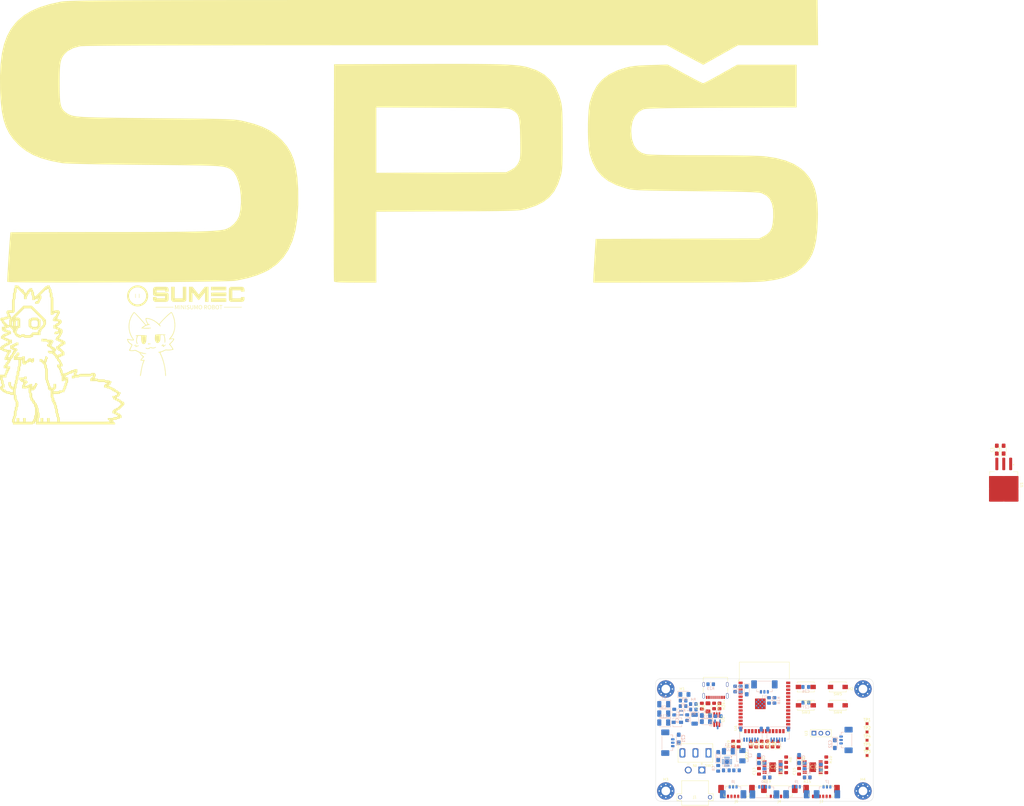
<source format=kicad_pcb>
(kicad_pcb (version 20240108) (generator "pcbnew") (generator_version "8.0")
  (title_block (date "2024-07-29") (company "SPŠ NA PROSEKU") (comment 1 "SAVVA POPOV"))
  (layers (0 "F.Cu" signal) (1 "In1.Cu" signal) (2 "In2.Cu" signal) (31 "B.Cu" signal) (34 "B.Paste" user) (35 "F.Paste" user) (36 "B.SilkS" user "B.Silkscreen") (37 "F.SilkS" user "F.Silkscreen") (38 "B.Mask" user) (39 "F.Mask" user) (44 "Edge.Cuts" user))
  (net 0 "")
  (net 1 "+5V")
  (net 2 "GND")
  (net 3 "Net-(U2-SS{slash}TR)")
  (net 4 "+12V")
  (net 5 "+3V3")
  (net 6 "VOUT 5V")
  (net 7 "Net-(IC2-CPL)")
  (net 8 "Net-(IC2-CPH)")
  (net 9 "Net-(IC2-VCP)")
  (net 10 "Net-(IC3-CPL)")
  (net 11 "Net-(IC3-CPH)")
  (net 12 "Net-(IC3-VCP)")
  (net 13 "VBUS 5V")
  (net 14 "EN")
  (net 15 "BOOT")
  (net 16 "Net-(D1-A)")
  (net 17 "Net-(D3-K)")
  (net 18 "Net-(D4-K)")
  (net 19 "LED2")
  (net 20 "Net-(D5-K)")
  (net 21 "Net-(D6-K)")
  (net 22 "LED1")
  (net 23 "Net-(D7-K)")
  (net 24 "Net-(D8-A)")
  (net 25 "FB")
  (net 26 "Net-(IC1-SW)")
  (net 27 "Net-(IC2-PMODE)")
  (net 28 "IN1")
  (net 29 "nSLEEP")
  (net 30 "M1B")
  (net 31 "PWM1")
  (net 32 "M1A")
  (net 33 "nFAULT")
  (net 34 "IPROPI_ADC")
  (net 35 "Net-(IC2-IMODE)")
  (net 36 "Net-(IC3-IMODE)")
  (net 37 "Net-(IC3-PMODE)")
  (net 38 "PWM2")
  (net 39 "M2B")
  (net 40 "M2A")
  (net 41 "IN2")
  (net 42 "VBATT")
  (net 43 "SHARP 1")
  (net 44 "SDA")
  (net 46 "SCL")
  (net 48 "SHARP 2")
  (net 50 "POL 3")
  (net 51 "POL 1")
  (net 52 "POL 2")
  (net 53 "QRE1113 B")
  (net 54 "QRE1113 A")
  (net 55 "QRE1113 C")
  (net 56 "Net-(J11-Pin_2)")
  (net 57 "D- IN")
  (net 58 "D+ IN")
  (net 59 "Net-(J12-SHIELD-PadS1)")
  (net 64 "OUT 1A")
  (net 65 "OUT 1B")
  (net 66 "OUT 2B")
  (net 67 "OUT 2A")
  (net 68 "Net-(L2-Pad1)")
  (net 69 "Net-(U2-PG)")
  (net 70 "Net-(R24-Pad2)")
  (net 71 "Net-(R25-Pad2)")
  (net 73 "TEST PROGRAM 1")
  (net 74 "IR MODULE")
  (net 75 "D-")
  (net 76 "D+")
  (net 77 "Net-(C10-Pad2)")
  (net 78 "TEST PROGRAM 2")
  (net 83 "LED3")
  (footprint "Resistor_SMD:R_0805_2012Metric_Pad1.20x1.40mm_HandSolder" (layer "F.Cu") (at 178.5 137.75 90)
    (property "Reference" "R19" (at 0 -1.65 90) (layer "F.SilkS"))
    (property "Value" "560R")
    (pad "1" smd roundrect (at -1 0 90) (size 1.2 1.4) (layers "F.Cu" "F.Paste" "F.Mask") (roundrect_rratio 0.208333) (net 18 "Net-(D4-K)"))
    (pad "2" smd roundrect (at 1 0 90) (size 1.2 1.4) (layers "F.Cu" "F.Paste" "F.Mask") (roundrect_rratio 0.208333) (net 2 "GND"))
  )
  (footprint "Connector_Molex:Molex_PicoBlade_53398-0671_1x06-1MP_P1.25mm_Vertical" (layer "F.Cu") (at 211 155.75 180)
    (property "Reference" "J3" (at 0 -3.1 360) (layer "F.SilkS"))
    (property "Value" "Conn_01x06_Pin")
    (pad "1" smd roundrect (at -3.125 -1.25 180) (size 0.8 1.3) (layers "F.Cu" "F.Paste" "F.Mask") (net 1 "+5V"))
    (pad "2" smd roundrect (at -1.875 -1.25 180) (size 0.8 1.3) (layers "F.Cu" "F.Paste" "F.Mask") (net 44 "SDA"))
    (pad "3" smd roundrect (at -0.625 -1.25 180) (size 0.8 1.3) (layers "F.Cu" "F.Paste" "F.Mask") (net 46 "SCL"))
    (pad "4" smd roundrect (at 0.625 -1.25 180) (size 0.8 1.3) (layers "F.Cu" "F.Paste" "F.Mask") (net 2 "GND"))
    (pad "5" smd roundrect (at 1.875 -1.25 180) (size 0.8 1.3) (layers "F.Cu" "F.Paste" "F.Mask") (net 2 "GND"))
    (pad "6" smd roundrect (at 3.125 -1.25 180) (size 0.8 1.3) (layers "F.Cu" "F.Paste" "F.Mask"))
    (pad "MP" smd roundrect (at -5.675 1.5 180) (size 2.1 3) (layers "F.Cu" "F.Paste" "F.Mask") (roundrect_rratio 0.119048))
    (pad "MP" smd roundrect (at 5.675 1.5 180) (size 2.1 3) (layers "F.Cu" "F.Paste" "F.Mask") (roundrect_rratio 0.119048))
  )
  (footprint "Package_TO_SOT_SMD:TSOT-23-6_HandSoldering" (layer "F.Cu") (at 172.5 128.75 -90)
    (property "Reference" "U5" (at 0 -2.45 90) (layer "F.SilkS"))
    (property "Value" "USBLC6-2SC6")
    (pad "1" smd roundrect (at -1.71 -0.95 270) (size 2 0.65) (layers "F.Cu" "F.Paste" "F.Mask") (net 70 "Net-(R24-Pad2)"))
    (pad "2" smd roundrect (at -1.71 0 270) (size 2 0.65) (layers "F.Cu" "F.Paste" "F.Mask") (net 2 "GND"))
    (pad "3" smd roundrect (at -1.71 0.95 270) (size 2 0.65) (layers "F.Cu" "F.Paste" "F.Mask") (net 71 "Net-(R25-Pad2)"))
    (pad "4" smd roundrect (at 1.71 0.95 270) (size 2 0.65) (layers "F.Cu" "F.Paste" "F.Mask") (net 75 "D-"))
    (pad "5" smd roundrect (at 1.71 0 270) (size 2 0.65) (layers "F.Cu" "F.Paste" "F.Mask") (net 13 "VBUS 5V"))
    (pad "6" smd roundrect (at 1.71 -0.95 270) (size 2 0.65) (layers "F.Cu" "F.Paste" "F.Mask") (net 76 "D+"))
  )
  (footprint "Connector_Molex:Molex_PicoBlade_53398-0671_1x06-1MP_P1.25mm_Vertical" (layer "F.Cu") (at 195.5 155.75 180)
    (property "Reference" "J4" (at 0 -3.1 360) (layer "F.SilkS"))
    (property "Value" "Conn_01x06_Pin")
    (pad "1" smd roundrect (at -3.125 -1.25 180) (size 0.8 1.3) (layers "F.Cu" "F.Paste" "F.Mask") (net 1 "+5V"))
    (pad "2" smd roundrect (at -1.875 -1.25 180) (size 0.8 1.3) (layers "F.Cu" "F.Paste" "F.Mask") (net 44 "SDA"))
    (pad "3" smd roundrect (at -0.625 -1.25 180) (size 0.8 1.3) (layers "F.Cu" "F.Paste" "F.Mask") (net 46 "SCL"))
    (pad "4" smd roundrect (at 0.625 -1.25 180) (size 0.8 1.3) (layers "F.Cu" "F.Paste" "F.Mask") (net 2 "GND"))
    (pad "5" smd roundrect (at 1.875 -1.25 180) (size 0.8 1.3) (layers "F.Cu" "F.Paste" "F.Mask") (net 2 "GND"))
    (pad "6" smd roundrect (at 3.125 -1.25 180) (size 0.8 1.3) (layers "F.Cu" "F.Paste" "F.Mask"))
    (pad "MP" smd roundrect (at -5.675 1.5 180) (size 2.1 3) (layers "F.Cu" "F.Paste" "F.Mask") (roundrect_rratio 0.119048))
    (pad "MP" smd roundrect (at 5.675 1.5 180) (size 2.1 3) (layers "F.Cu" "F.Paste" "F.Mask") (roundrect_rratio 0.119048))
  )
  (footprint "sumec-smdV2_library:TSOP" (layer "F.Cu") (at 208.21 133.75 90)
    (property "Reference" "U3" (at 0 -2.77 90) (layer "F.SilkS"))
    (property "Value" "TSOP382xx" (hide yes))
    (pad "1" thru_hole rect (at 0 0 90) (size 1.7 1.7) (drill 1) (layers "*.Cu" "*.Mask") (net 74 "IR MODULE"))
    (pad "2" thru_hole oval (at 0 2.54 90) (size 1.7 1.7) (drill 1) (layers "*.Cu" "*.Mask") (net 2 "GND"))
    (pad "3" thru_hole oval (at 0 5.08 90) (size 1.7 1.7) (drill 1) (layers "*.Cu" "*.Mask") (net 5 "+3V3"))
  )
  (footprint "Button_Switch_SMD:SW_SPST_EVQPE1" (layer "F.Cu") (at 217 123.5 180)
    (property "Reference" "SW4" (at 0 -2.65 0) (layer "F.SilkS"))
    (property "Value" "SW_Push")
    (pad "1" smd rect (at -2.7 0 180) (size 2 1.6) (layers "F.Cu" "F.Paste" "F.Mask") (net 5 "+3V3"))
    (pad "2" smd rect (at 2.7 0 180) (size 2 1.6) (layers "F.Cu" "F.Paste" "F.Mask") (net 73 "TEST PROGRAM 1"))
  )
  (footprint "MountingHole:MountingHole_3.2mm_M3_Pad_Via" (layer "F.Cu") (at 226.25 117.5)
    (property "Reference" "H2" (at -4.5 0 0) (layer "F.SilkS"))
    (property "Value" "Mounting Hole M3")
    (pad "1" thru_hole circle (at -2.4 0) (size 0.8 0.8) (drill 0.5) (layers "*.Cu" "*.Mask") (net 2 "GND"))
    (pad "1" thru_hole circle (at -1.697056 -1.697056) (size 0.8 0.8) (drill 0.5) (layers "*.Cu" "*.Mask") (net 2 "GND"))
    (pad "1" thru_hole circle (at -1.697056 1.697056) (size 0.8 0.8) (drill 0.5) (layers "*.Cu" "*.Mask") (net 2 "GND"))
    (pad "1" thru_hole circle (at 0 -2.4) (size 0.8 0.8) (drill 0.5) (layers "*.Cu" "*.Mask") (net 2 "GND"))
    (pad "1" thru_hole circle (at 0 0) (size 6.4 6.4) (drill 3.2) (layers "*.Cu" "*.Mask") (net 2 "GND"))
    (pad "1" thru_hole circle (at 0 2.4) (size 0.8 0.8) (drill 0.5) (layers "*.Cu" "*.Mask") (net 2 "GND"))
    (pad "1" thru_hole circle (at 1.697056 -1.697056) (size 0.8 0.8) (drill 0.5) (layers "*.Cu" "*.Mask") (net 2 "GND"))
    (pad "1" thru_hole circle (at 1.697056 1.697056) (size 0.8 0.8) (drill 0.5) (layers "*.Cu" "*.Mask") (net 2 "GND"))
    (pad "1" thru_hole circle (at 2.4 0) (size 0.8 0.8) (drill 0.5) (layers "*.Cu" "*.Mask") (net 2 "GND"))
  )
  (footprint "RF_Module:ESP32-S3-WROOM-1" (layer "F.Cu") (at 190 120.5)
    (property "Reference" "U4" (at -10.5 11.4 90) (layer "F.SilkS"))
    (property "Value" "ESP32-S3-WROOM-1")
    (pad "1" smd rect (at -8.75 -5.26) (size 1.5 0.9) (layers "F.Cu" "F.Paste" "F.Mask") (net 2 "GND"))
    (pad "2" smd rect (at -8.75 -3.99) (size 1.5 0.9) (layers "F.Cu" "F.Paste" "F.Mask") (net 5 "+3V3"))
    (pad "3" smd rect (at -8.75 -2.72) (size 1.5 0.9) (layers "F.Cu" "F.Paste" "F.Mask") (net 14 "EN"))
    (pad "4" smd rect (at -8.75 -1.45) (size 1.5 0.9) (layers "F.Cu" "F.Paste" "F.Mask") (net 53 "QRE1113 B"))
    (pad "5" smd rect (at -8.75 -0.18) (size 1.5 0.9) (layers "F.Cu" "F.Paste" "F.Mask") (net 54 "QRE1113 A"))
    (pad "6" smd rect (at -8.75 1.09) (size 1.5 0.9) (layers "F.Cu" "F.Paste" "F.Mask") (net 55 "QRE1113 C"))
    (pad "7" smd rect (at -8.75 2.36) (size 1.5 0.9) (layers "F.Cu" "F.Paste" "F.Mask") (net 64 "OUT 1A"))
    (pad "8" smd rect (at -8.75 3.63) (size 1.5 0.9) (layers "F.Cu" "F.Paste" "F.Mask") (net 67 "OUT 2A"))
    (pad "9" smd rect (at -8.75 4.9) (size 1.5 0.9) (layers "F.Cu" "F.Paste" "F.Mask") (net 66 "OUT 2B"))
    (pad "10" smd rect (at -8.75 6.17) (size 1.5 0.9) (layers "F.Cu" "F.Paste" "F.Mask") (net 46 "SCL"))
    (pad "11" smd rect (at -8.75 7.44) (size 1.5 0.9) (layers "F.Cu" "F.Paste" "F.Mask") (net 44 "SDA"))
    (pad "12" smd rect (at -8.75 8.71) (size 1.5 0.9) (layers "F.Cu" "F.Paste" "F.Mask") (net 65 "OUT 1B"))
    (pad "13" smd rect (at -8.75 9.98) (size 1.5 0.9) (layers "F.Cu" "F.Paste" "F.Mask") (net 75 "D-"))
    (pad "14" smd rect (at -8.75 11.25 180) (size 1.5 0.9) (layers "F.Cu" "F.Paste" "F.Mask") (net 76 "D+"))
    (pad "15" smd rect (at -6.985 12.5 270) (size 1.5 0.9) (layers "F.Cu" "F.Paste" "F.Mask"))
    (pad "16" smd rect (at -5.715 12.5 270) (size 1.5 0.9) (layers "F.Cu" "F.Paste" "F.Mask"))
    (pad "17" smd rect (at -4.445 12.5 270) (size 1.5 0.9) (layers "F.Cu" "F.Paste" "F.Mask") (net 52 "POL 2"))
    (pad "18" smd rect (at -3.175 12.5 270) (size 1.5 0.9) (layers "F.Cu" "F.Paste" "F.Mask") (net 83 "LED3"))
    (pad "19" smd rect (at -1.905 12.5 270) (size 1.5 0.9) (layers "F.Cu" "F.Paste" "F.Mask") (net 19 "LED2"))
    (pad "20" smd rect (at -0.635 12.5 270) (size 1.5 0.9) (layers "F.Cu" "F.Paste" "F.Mask") (net 22 "LED1"))
    (pad "21" smd rect (at 0.635 12.5 270) (size 1.5 0.9) (layers "F.Cu" "F.Paste" "F.Mask"))
    (pad "22" smd rect (at 1.905 12.5 270) (size 1.5 0.9) (layers "F.Cu" "F.Paste" "F.Mask") (net 51 "POL 1"))
    (pad "23" smd rect (at 3.175 12.5 270) (size 1.5 0.9) (layers "F.Cu" "F.Paste" "F.Mask") (net 74 "IR MODULE"))
    (pad "24" smd rect (at 4.445 12.5 270) (size 1.5 0.9) (layers "F.Cu" "F.Paste" "F.Mask") (net 73 "TEST PROGRAM 1"))
    (pad "25" smd rect (at 5.715 12.5 270) (size 1.5 0.9) (layers "F.Cu" "F.Paste" "F.Mask") (net 78 "TEST PROGRAM 2"))
    (pad "26" smd rect (at 6.985 12.5 270) (size 1.5 0.9) (layers "F.Cu" "F.Paste" "F.Mask"))
    (pad "27" smd rect (at 8.75 11.25) (size 1.5 0.9) (layers "F.Cu" "F.Paste" "F.Mask") (net 15 "BOOT"))
    (pad "28" smd rect (at 8.75 9.98) (size 1.5 0.9) (layers "F.Cu" "F.Paste" "F.Mask") (net 31 "PWM1"))
    (pad "29" smd rect (at 8.75 8.71) (size 1.5 0.9) (layers "F.Cu" "F.Paste" "F.Mask") (net 38 "PWM2"))
    (pad "30" smd rect (at 8.75 7.44) (size 1.5 0.9) (layers "F.Cu" "F.Paste" "F.Mask") (net 28 "IN1"))
    (pad "31" smd rect (at 8.75 6.17) (size 1.5 0.9) (layers "F.Cu" "F.Paste" "F.Mask") (net 41 "IN2"))
    (pad "32" smd rect (at 8.75 4.9) (size 1.5 0.9) (layers "F.Cu" "F.Paste" "F.Mask") (net 29 "nSLEEP"))
    (pad "33" smd rect (at 8.75 3.63) (size 1.5 0.9) (layers "F.Cu" "F.Paste" "F.Mask") (net 33 "nFAULT"))
    (pad "34" smd rect (at 8.75 2.36) (size 1.5 0.9) (layers "F.Cu" "F.Paste" "F.Mask") (net 48 "SHARP 2"))
    (pad "35" smd rect (at 8.75 1.09) (size 1.5 0.9) (layers "F.Cu" "F.Paste" "F.Mask") (net 43 "SHARP 1"))
    (pad "36" smd rect (at 8.75 -0.18) (size 1.5 0.9) (layers "F.Cu" "F.Paste" "F.Mask"))
    (pad "37" smd rect (at 8.75 -1.45) (size 1.5 0.9) (layers "F.Cu" "F.Paste" "F.Mask"))
    (pad "38" smd rect (at 8.75 -2.72) (size 1.5 0.9) (layers "F.Cu" "F.Paste" "F.Mask") (net 50 "POL 3"))
    (pad "39" smd rect (at 8.75 -3.99) (size 1.5 0.9) (layers "F.Cu" "F.Paste" "F.Mask") (net 34 "IPROPI_ADC"))
    (pad "40" smd rect (at 8.75 -5.26) (size 1.5 0.9) (layers "F.Cu" "F.Paste" "F.Mask") (net 2 "GND"))
    (pad "41" thru_hole circle (at -2.9 1.76 90) (size 0.6 0.6) (drill 0.2) (property pad_prop_heatsink) (layers "*.Cu" "F.Mask") (net 2 "GND"))
    (pad "41" thru_hole circle (at -2.9 3.16) (size 0.6 0.6) (drill 0.2) (property pad_prop_heatsink) (layers "*.Cu" "F.Mask") (net 2 "GND"))
    (pad "41" thru_hole circle (at -2.2 1.06) (size 0.6 0.6) (drill 0.2) (property pad_prop_heatsink) (layers "*.Cu" "F.Mask") (net 2 "GND"))
    (pad "41" thru_hole circle (at -2.2 2.46) (size 0.6 0.6) (drill 0.2) (property pad_prop_heatsink) (layers "*.Cu" "F.Mask") (net 2 "GND"))
    (pad "41" thru_hole circle (at -2.2 3.86) (size 0.6 0.6) (drill 0.2) (property pad_prop_heatsink) (layers "*.Cu" "F.Mask") (net 2 "GND"))
    (pad "41" thru_hole circle (at -1.5 1.76) (size 0.6 0.6) (drill 0.2) (property pad_prop_heatsink) (layers "*.Cu" "F.Mask") (net 2 "GND"))
    (pad "41" smd rect (at -1.5 2.46 270) (size 3.9 3.9) (layers "F.Cu" "F.Mask") (net 2 "GND"))
    (pad "41" thru_hole circle (at -1.5 3.16) (size 0.6 0.6) (drill 0.2) (property pad_prop_heatsink) (layers "*.Cu" "F.Mask") (net 2 "GND"))
    (pad "41" thru_hole circle (at -0.8 1.06) (size 0.6 0.6) (drill 0.2) (property pad_prop_heatsink) (layers "*.Cu" "F.Mask") (net 2 "GND"))
    (pad "41" thru_hole circle (at -0.8 2.46) (size 0.6 0.6) (drill 0.2) (property pad_prop_heatsink) (layers "*.Cu" "F.Mask") (net 2 "GND"))
    (pad "41" thru_hole circle (at -0.8 3.86) (size 0.6 0.6) (drill 0.2) (property pad_prop_heatsink) (layers "*.Cu" "F.Mask") (net 2 "GND"))
    (pad "41" thru_hole circle (at -0.1 1.76) (size 0.6 0.6) (drill 0.2) (property pad_prop_heatsink) (layers "*.Cu" "F.Mask") (net 2 "GND"))
    (pad "41" thru_hole circle (at -0.1 3.16) (size 0.6 0.6) (drill 0.2) (property pad_prop_heatsink) (layers "*.Cu" "F.Mask") (net 2 "GND"))
  )
  (footprint "TestPoint:TestPoint_Pad_1.0x1.0mm" (layer "F.Cu") (at 227.75 133.3)
    (property "Reference" "TP2" (at 0 -1.448 0) (layer "F.SilkS"))
    (property "Value" "TestPoint")
    (pad "1" smd rect (at 0 0) (size 1 1) (layers "F.Cu" "F.Mask") (net 5 "+3V3"))
  )
  (footprint "Package_TO_SOT_SMD:TO-263-3_TabPin2" (layer "F.Cu") (at 278 42.4 -90)
    (property "Reference" "U1" (at 0 -6.65 90) (layer "F.SilkS"))
    (property "Value" "LM1084-3.3")
    (pad "1" smd roundrect (at -7.65 -2.54 270) (size 4.6 1.1) (layers "F.Cu" "F.Paste" "F.Mask") (roundrect_rratio 0.227273) (net 2 "GND"))
    (pad "2" smd roundrect (at -7.65 0 270) (size 4.6 1.1) (layers "F.Cu" "F.Paste" "F.Mask") (roundrect_rratio 0.227273) (net 5 "+3V3"))
    (pad "2" smd roundrect (at -0.925 -2.775 270) (size 4.55 5.25) (layers "F.Cu" "F.Paste") (roundrect_rratio 0.054945) (net 5 "+3V3"))
    (pad "2" smd roundrect (at -0.925 2.775 270) (size 4.55 5.25) (layers "F.Cu" "F.Paste") (roundrect_rratio 0.054945) (net 5 "+3V3"))
    (pad "2" smd roundrect (at 1.5 0 270) (size 9.4 10.8) (layers "F.Cu" "F.Mask") (roundrect_rratio 0.026596) (net 5 "+3V3"))
    (pad "2" smd roundrect (at 3.925 -2.775 270) (size 4.55 5.25) (layers "F.Cu" "F.Paste") (roundrect_rratio 0.054945) (net 5 "+3V3"))
    (pad "2" smd roundrect (at 3.925 2.775 270) (size 4.55 5.25) (layers "F.Cu" "F.Paste") (roundrect_rratio 0.054945) (net 5 "+3V3"))
    (pad "3" smd roundrect (at -7.65 2.54 270) (size 4.6 1.1) (layers "F.Cu" "F.Paste" "F.Mask") (roundrect_rratio 0.227273) (net 1 "+5V"))
  )
  (footprint "Button_Switch_SMD:SW_SPST_EVQPE1" (layer "F.Cu") (at 217 116.75 180)
    (property "Reference" "SW5" (at 0 -2.65 0) (layer "F.SilkS"))
    (property "Value" "SW_Push")
    (pad "1" smd rect (at -2.7 0 180) (size 2 1.6) (layers "F.Cu" "F.Paste" "F.Mask") (net 5 "+3V3"))
    (pad "2" smd rect (at 2.7 0 180) (size 2 1.6) (layers "F.Cu" "F.Paste" "F.Mask") (net 78 "TEST PROGRAM 2"))
  )
  (footprint "Capacitor_SMD:C_0805_2012Metric_Pad1.18x1.45mm_HandSolder" (layer "F.Cu") (at 202.75 143.75 -90)
    (property "Reference" "C18" (at 0 -1.68 90) (layer "F.SilkS"))
    (property "Value" "100nF.hb")
    (pad "1" smd roundrect (at -1.0375 0 270) (size 1.175 1.45) (layers "F.Cu" "F.Paste" "F.Mask") (roundrect_rratio 0.212766) (net 2 "GND"))
    (pad "2" smd roundrect (at 1.0375 0 270) (size 1.175 1.45) (layers "F.Cu" "F.Paste" "F.Mask") (roundrect_rratio 0.212766) (net 4 "+12V"))
  )
  (footprint "Resistor_SMD:R_0805_2012Metric_Pad1.20x1.40mm_HandSolder" (layer "F.Cu") (at 171.5 123.75 -90)
    (property "Reference" "R25" (at 0 -1.65 90) (layer "F.SilkS"))
    (property "Value" "15R")
    (pad "1" smd roundrect (at -1 0 270) (size 1.2 1.4) (layers "F.Cu" "F.Paste" "F.Mask") (roundrect_rratio 0.208333) (net 57 "D- IN"))
    (pad "2" smd roundrect (at 1 0 270) (size 1.2 1.4) (layers "F.Cu" "F.Paste" "F.Mask") (roundrect_rratio 0.208333) (net 71 "Net-(R25-Pad2)"))
  )
  (footprint "Capacitor_SMD:C_0805_2012Metric_Pad1.18x1.45mm_HandSolder" (layer "F.Cu") (at 188 147.75 90)
    (property "Reference" "C13" (at 0 -1.68 90) (layer "F.SilkS"))
    (property "Value" "22nF")
    (pad "1" smd roundrect (at -1.0375 0 90) (size 1.175 1.45) (layers "F.Cu" "F.Paste" "F.Mask") (roundrect_rratio 0.212766) (net 7 "Net-(IC2-CPL)"))
    (pad "2" smd roundrect (at 1.0375 0 90) (size 1.175 1.45) (layers "F.Cu" "F.Paste" "F.Mask") (roundrect_rratio 0.212766) (net 8 "Net-(IC2-CPH)"))
  )
  (footprint "sumec-remote_library:boi" (layer "F.Cu") (at -35.504291 -10.244142)
    (property "Reference" "R29" (hide yes))
    (property "Value" "R" (hide yes))
  )
  (footprint "LED_SMD:LED_0805_2012Metric_Pad1.15x1.40mm_HandSolder" (layer "F.Cu") (at 180.5 137.75 90)
    (property "Reference" "D4" (at 0 -1.65 90) (layer "F.SilkS"))
    (property "Value" "LED")
    (pad "1" smd roundrect (at -1.025 0 90) (size 1.15 1.4) (layers "F.Cu" "F.Paste" "F.Mask") (roundrect_rratio 0.217391) (net 18 "Net-(D4-K)"))
    (pad "2" smd roundrect (at 1.025 0 90) (size 1.15 1.4) (layers "F.Cu" "F.Paste" "F.Mask") (roundrect_rratio 0.217391) (net 4 "+12V"))
  )
  (footprint "Button_Switch_SMD:SW_SPST_EVQPE1" (layer "F.Cu") (at 205.25 123.5 180)
    (property "Reference" "SW3" (at 0 -2.65 0) (layer "F.SilkS"))
    (property "Value" "SW_Push")
    (pad "1" smd rect (at -2.7 0 180) (size 2 1.6) (layers "F.Cu" "F.Paste" "F.Mask") (net 2 "GND"))
    (pad "2" smd rect (at 2.7 0 180) (size 2 1.6) (layers "F.Cu" "F.Paste" "F.Mask") (net 15 "BOOT"))
  )
  (footprint "Resistor_SMD:R_0805_2012Metric_Pad1.20x1.40mm_HandSolder" (layer "F.Cu") (at 212.75 143.5 -90)
    (property "Reference" "R10" (at 0 -1.65 90) (layer "F.SilkS"))
    (property "Value" "0R/R-Imode")
    (pad "1" smd roundrect (at -1 0 270) (size 1.2 1.4) (layers "F.Cu" "F.Paste" "F.Mask") (roundrect_rratio 0.208333) (net 2 "GND"))
    (pad "2" smd roundrect (at 1 0 270) (size 1.2 1.4) (layers "F.Cu" "F.Paste" "F.Mask") (roundrect_rratio 0.208333) (net 36 "Net-(IC3-IMODE)"))
  )
  (footprint "TestPoint:TestPoint_Pad_1.0x1.0mm" (layer "F.Cu") (at 227.75 130.25)
    (property "Reference" "TP1" (at 0 -1.448 0) (layer "F.SilkS"))
    (property "Value" "TestPoint")
    (pad "1" smd rect (at 0 0) (size 1 1) (layers "F.Cu" "F.Mask") (net 1 "+5V"))
  )
  (footprint "Resistor_SMD:R_0805_2012Metric_Pad1.20x1.40mm_HandSolder" (layer "F.Cu") (at 185 137.75 90)
    (property "Reference" "R22" (at -4.25 -1.4 90) (layer "F.SilkS"))
    (property "Value" "100R")
    (pad "1" smd roundrect (at -1 0 90) (size 1.2 1.4) (layers "F.Cu" "F.Paste" "F.Mask") (roundrect_rratio 0.208333) (net 23 "Net-(D7-K)"))
    (pad "2" smd roundrect (at 1 0 90) (size 1.2 1.4) (layers "F.Cu" "F.Paste" "F.Mask") (roundrect_rratio 0.208333) (net 2 "GND"))
  )
  (footprint "sumec-smdV2_library:Logo" (layer "F.Cu") (at -23.637552 -25.937358)
    (property "Reference" "R30" (hide yes))
    (property "Value" "R" (hide yes))
  )
  (footprint "sumec_brd:Custom_SPDT_4.7mm_Switch" (layer "F.Cu") (at 164.75 141 -90)
    (property "Reference" "SW1" (at 4.71 -4.955 360) (layer "F.SilkS"))
    (property "Value" "SW_DPDT_x2" (hide yes))
    (fp_text user "IN" (at 4 -0.4 180) (layer "F.SilkS") (effects (justify left bottom)))
    (pad "1" thru_hole rect (at 0 -4.7 270) (size 3.4 2.2) (drill oval 2.6 1.2) (layers "*.Cu" "*.Mask") (net 4 "+12V"))
    (pad "2" thru_hole roundrect (at 0 0.1 270) (size 3.4 2.2) (drill oval 2.6 1.2) (layers "*.Cu" "*.Mask") (net 42 "VBATT"))
    (pad "3" thru_hole roundrect (at 0 4.9 270) (size 3.4 2.2) (drill oval 2.6 1.2) (layers "*.Cu" "*.Mask"))
  )
  (footprint "Resistor_SMD:R_0805_2012Metric_Pad1.20x1.40mm_HandSolder" (layer "F.Cu") (at 205.75 150 180)
    (property "Reference" "R15" (at 0 -1.65 360) (layer "F.SilkS"))
    (property "Value" "0R")
    (pad "1" smd roundrect (at -1 0 180) (size 1.2 1.4) (layers "F.Cu" "F.Paste" "F.Mask") (roundrect_rratio 0.208333) (net 2 "GND"))
    (pad "2" smd roundrect (at 1 0 180) (size 1.2 1.4) (layers "F.Cu" "F.Paste" "F.Mask") (roundrect_rratio 0.208333) (net 37 "Net-(IC3-PMODE)"))
  )
  (footprint "Connector_Molex:Molex_PicoBlade_53398-0671_1x06-1MP_P1.25mm_Vertical" (layer "F.Cu") (at 179.75 155.75 180)
    (property "Reference" "J6" (at 0 -3.1 360) (layer "F.SilkS"))
    (property "Value" "Conn_01x06_Pin")
    (pad "1" smd roundrect (at -3.125 -1.25 180) (size 0.8 1.3) (layers "F.Cu" "F.Paste" "F.Mask") (net 1 "+5V"))
    (pad "2" smd roundrect (at -1.875 -1.25 180) (size 0.8 1.3) (layers "F.Cu" "F.Paste" "F.Mask") (net 44 "SDA"))
    (pad "3" smd roundrect (at -0.625 -1.25 180) (size 0.8 1.3) (layers "F.Cu" "F.Paste" "F.Mask") (net 46 "SCL"))
    (pad "4" smd roundrect (at 0.625 -1.25 180) (size 0.8 1.3) (layers "F.Cu" "F.Paste" "F.Mask") (net 2 "GND"))
    (pad "5" smd roundrect (at 1.875 -1.25 180) (size 0.8 1.3) (layers "F.Cu" "F.Paste" "F.Mask") (net 2 "GND"))
    (pad "6" smd roundrect (at 3.125 -1.25 180) (size 0.8 1.3) (layers "F.Cu" "F.Paste" "F.Mask"))
    (pad "MP" smd roundrect (at -5.675 1.5 180) (size 2.1 3) (layers "F.Cu" "F.Paste" "F.Mask") (roundrect_rratio 0.119048))
    (pad "MP" smd roundrect (at 5.675 1.5 180) (size 2.1 3) (layers "F.Cu" "F.Paste" "F.Mask") (roundrect_rratio 0.119048))
  )
  (footprint "TestPoint:TestPoint_Pad_1.0x1.0mm" (layer "F.Cu") (at 227.7575 141.95)
    (property "Reference" "TP3" (at 0 -1.448 0) (layer "F.SilkS"))
    (property "Value" "TestPoint")
    (pad "1" smd rect (at 0 0) (size 1 1) (layers "F.Cu" "F.Mask") (net 74 "IR MODULE"))
  )
  (footprint "Resistor_SMD:R_0805_2012Metric_Pad1.20x1.40mm_HandSolder" (layer "F.Cu") (at 173.5 123.75 -90)
    (property "Reference" "R24" (at 0 -1.65 90) (layer "F.SilkS"))
    (property "Value" "15R")
    (pad "1" smd roundrect (at -1 0 270) (size 1.2 1.4) (layers "F.Cu" "F.Paste" "F.Mask") (roundrect_rratio 0.208333) (net 58 "D+ IN"))
    (pad "2" smd roundrect (at 1 0 270) (size 1.2 1.4) (layers "F.Cu" "F.Paste" "F.Mask") (roundrect_rratio 0.208333) (net 70 "Net-(R24-Pad2)"))
  )
  (footprint "Resistor_SMD:R_0805_2012Metric_Pad1.20x1.40mm_HandSolder" (layer "F.Cu") (at 198 143.5 -90)
    (property "Reference" "R8" (at 0 -1.65 90) (layer "F.SilkS"))
    (property "Value" "0R/R-Imode")
    (pad "1" smd roundrect (at -1 0 270) (size 1.2 1.4) (layers "F.Cu" "F.Paste" "F.Mask") (roundrect_rratio 0.208333) (net 2 "GND"))
    (pad "2" smd roundrect (at 1 0 270) (size 1.2 1.4) (layers "F.Cu" "F.Paste" "F.Mask") (roundrect_rratio 0.208333) (net 35 "Net-(IC2-IMODE)"))
  )
  (footprint "sumec-smdV2_library:DRV8874" (layer "F.Cu") (at 207.75 146.25 180)
    (property "Reference" "IC3" (at 0 0 360) (layer "F.SilkS") (effects (font (size 1.27 1.27) (thickness 0.254))))
    (property "Value" "DRV8874PWPR" (hide yes))
    (pad "1" smd rect (at -2.938 -2.275 270) (size 0.45 1.475) (layers "F.Cu" "F.Paste" "F.Mask") (net 38 "PWM2"))
    (pad "2" smd rect (at -2.938 -1.625 270) (size 0.45 1.475) (layers "F.Cu" "F.Paste" "F.Mask") (net 41 "IN2"))
    (pad "3" smd rect (at -2.938 -0.975 270) (size 0.45 1.475) (layers "F.Cu" "F.Paste" "F.Mask") (net 29 "nSLEEP"))
    (pad "4" smd rect (at -2.938 -0.325 270) (size 0.45 1.475) (layers "F.Cu" "F.Paste" "F.Mask") (net 33 "nFAULT"))
    (pad "5" smd rect (at -2.938 0.325 270) (size 0.45 1.475) (layers "F.Cu" "F.Paste" "F.Mask") (net 5 "+3V3"))
    (pad "6" smd rect (at -2.938 0.975 270) (size 0.45 1.475) (layers "F.Cu" "F.Paste" "F.Mask") (net 34 "IPROPI_ADC"))
    (pad "7" smd rect (at -2.938 1.625 270) (size 0.45 1.475) (layers "F.Cu" "F.Paste" "F.Mask") (net 36 "Net-(IC3-IMODE)"))
    (pad "8" smd rect (at -2.938 2.275 270) (size 0.45 1.475) (layers "F.Cu" "F.Paste" "F.Mask") (net 40 "M2A"))
    (pad "9" smd rect (at 2.938 2.275 270) (size 0.45 1.475) (layers "F.Cu" "F.Paste" "F.Mask") (net 2 "GND"))
    (pad "10" smd rect (at 2.938 1.625 270) (size 0.45 1.475) (layers "F.Cu" "F.Paste" "F.Mask") (net 39 "M2B"))
    (pad "11" smd rect (at 2.938 0.975 270) (size 0.45 1.475) (layers "F.Cu" "F.Paste" "F.Mask") (net 4 "+12V"))
    (pad "12" smd rect (at 2.938 0.325 270) (size 0.45 1.475) (layers "F.Cu" "F.Paste" "F.Mask") (net 12 "Net-(IC3-VCP)"))
    (pad "13" smd rect (at 2.938 -0.325 270) (size 0.45 1.475) (layers "F.Cu" "F.Paste" "F.Mask") (net 11 "Net-(IC3-CPH)"))
    (pad "14" smd rect (at 2.938 -0.975 270) (size 0.45 1.475) (layers "F.Cu" "F.Paste" "F.Mask") (net 10 "Net-(IC3-CPL)"))
    (pad "15" smd rect (at 2.938 -1.625 270) (size 0.45 1.475) (layers "F.Cu" "F.Paste" "F.Mask") (net 2 "GND"))
    (pad "16" smd rect (at 2.938 -2.275 270) (size 0.45 1.475) (layers "F.Cu" "F.Paste" "F.Mask") (net 37 "Net-(IC3-PMODE)"))
    (pad "17" smd rect (at 0 0 180) (size 2.46 3.55) (layers "F.Cu" "F.Paste" "F.Mask") (net 2 "GND"))
  )
  (footprint "LED_SMD:LED_0805_2012Metric_Pad1.15x1.40mm_HandSolder" (layer "F.Cu") (at 195 137.75 90)
    (property "Reference" "D5" (at 0 -1.65 90) (layer "F.SilkS"))
    (property "Value" "LED")
    (pad "1" smd roundrect (at -1.025 0 90) (size 1.15 1.4) (layers "F.Cu" "F.Paste" "F.Mask") (roundrect_rratio 0.217391) (net 20 "Net-(D5-K)"))
    (pad "2" smd roundrect (at 1.025 0 90) (size 1.15 1.4) (layers "F.Cu" "F.Paste" "F.Mask") (roundrect_rratio 0.217391) (net 22 "LED1"))
  )
  (footprint "Capacitor_SMD:C_0805_2012Metric_Pad1.18x1.45mm_HandSolder" (layer "F.Cu") (at 188 143.75 -90)
    (property "Reference" "C17" (at 0 -1.68 90) (layer "F.SilkS"))
    (property "Value" "100nF.hb")
    (pad "1" smd roundrect (at -1.0375 0 270) (size 1.175 1.45) (layers "F.Cu" "F.Paste" "F.Mask") (roundrect_rratio 0.212766) (net 2 "GND"))
    (pad "2" smd roundrect (at 1.0375 0 270) (size 1.175 1.45) (layers "F.Cu" "F.Paste" "F.Mask") (roundrect_rratio 0.212766) (net 4 "+12V"))
  )
  (footprint "sumec_brd:XT30PW-M" (layer "F.Cu") (at 164.5 157.29425 180)
    (property "Reference" "J1" (at 0.055 0.00425 0) (layer "F.SilkS"))
    (property "Value" "XT30PW-M")
    (pad "N" thru_hole circle (at 2.5 10 180) (size 2.55 2.55) (drill 1.7) (layers "*.Cu" "*.Mask") (net 2 "GND"))
    (pad "P" thru_hole rect (at -2.5 10 180) (size 2.55 2.55) (drill 1.7) (layers "*.Cu" "*.Mask") (net 42 "VBATT"))
    (pad "S1" thru_hole circle (at 5.5 0 180) (size 1.508 1.508) (drill 1) (layers "*.Cu" "*.Mask"))
    (pad "S2" thru_hole circle (at -5.5 0 180) (size 1.508 1.508) (drill 1) (layers "*.Cu" "*.Mask"))
  )
  (footprint "Capacitor_Tantalum_SMD:CP_EIA-3216-18_Kemet-A_Pad1.58x1.35mm_HandSolder" (layer "F.Cu") (at 275.46 29.5 90)
    (property "Reference" "C1" (at 0 -1.75 90) (layer "F.SilkS"))
    (property "Value" "10uF.reg")
    (pad "1" smd roundrect (at -1.4375 0 90) (size 1.575 1.35) (layers "F.Cu" "F.Paste" "F.Mask") (roundrect_rratio 0.185185) (net 1 "+5V"))
    (pad "2" smd roundrect (at 1.4375 0 90) (size 1.575 1.35) (layers "F.Cu" "F.Paste" "F.Mask") (roundrect_rratio 0.185185) (net 2 "GND"))
  )
  (footprint "TestPoint:TestPoint_Pad_1.0x1.0mm" (layer "F.Cu") (at 227.75 139.4)
    (property "Reference" "TP5" (at 0 -1.448 0) (layer "F.SilkS"))
    (property "Value" "TestPoint")
    (pad "1" smd rect (at 0 0) (size 1 1) (layers "F.Cu" "F.Mask") (net 65 "OUT 1B"))
  )
  (footprint "Diode_SMD:D_1206_3216Metric_Pad1.42x1.75mm_HandSolder" (layer "F.Cu") (at 169.25 124.25 90)
    (property "Reference" "D8" (at 0 -1.82 90) (layer "F.SilkS"))
    (property "Value" "D_Schottky")
    (pad "1" smd roundrect (at -1.4875 0 90) (size 1.425 1.75) (layers "F.Cu" "F.Paste" "F.Mask") (roundrect_rratio 0.175439) (net 13 "VBUS 5V"))
    (pad "2" smd roundrect (at 1.4875 0 90) (size 1.425 1.75) (layers "F.Cu" "F.Paste" "F.Mask") (roundrect_rratio 0.175439) (net 24 "Net-(D8-A)"))
  )
  (footprint "Resistor_SMD:R_0805_2012Metric_Pad1.20x1.40mm_HandSolder" (layer "F.Cu") (at 189 137.75 90)
    (property "Reference" "R21" (at 0 -1.65 90) (layer "F.SilkS"))
    (property "Value" "100R")
    (pad "1" smd roundrect (at -1 0 90) (size 1.2 1.4) (layers "F.Cu" "F.Paste" "F.Mask") (roundrect_rratio 0.208333) (net 21 "Net-(D6-K)"))
    (pad "2" smd roundrect (at 1 0 90) (size 1.2 1.4) (layers "F.Cu" "F.Paste" "F.Mask") (roundrect_rratio 0.208333) (net 2 "GND"))
  )
  (footprint "LED_SMD:LED_0805_2012Metric_Pad1.15x1.40mm_HandSolder" (layer "F.Cu") (at 187 137.75 90)
    (property "Reference" "D7" (at 0 -1.65 90) (layer "F.SilkS"))
    (property "Value" "LED")
    (pad "1" smd roundrect (at -1.025 0 90) (size 1.15 1.4) (layers "F.Cu" "F.Paste" "F.Mask") (roundrect_rratio 0.217391) (net 23 "Net-(D7-K)"))
    (pad "2" smd roundrect (at 1.025 0 90) (size 1.15 1.4) (layers "F.Cu" "F.Paste" "F.Mask") (roundrect_rratio 0.217391) (net 83 "LED3"))
  )
  (footprint "Resistor_SMD:R_0805_2012Metric_Pad1.20x1.40mm_HandSolder" (layer "F.Cu") (at 193 137.75 90)
    (property "Reference" "R20" (at 0 -1.65 90) (layer "F.SilkS"))
    (property "Value" "100R")
    (pad "1" smd roundrect (at -1 0 90) (size 1.2 1.4) (layers "F.Cu" "F.Paste" "F.Mask") (roundrect_rratio 0.208333) (net 20 "Net-(D5-K)"))
    (pad "2" smd roundrect (at 1 0 90) (size 1.2 1.4) (layers "F.Cu" "F.Paste" "F.Mask") (roundrect_rratio 0.208333) (net 2 "GND"))
  )
  (footprint "MountingHole:MountingHole_3.2mm_M3_Pad_Via" (layer "F.Cu") (at 153.75 117.5)
    (property "Reference" "H1" (at 6 0 0) (layer "F.SilkS"))
    (property "Value" "Mounting Hole M3")
    (pad "1" thru_hole circle (at -2.4 0) (size 0.8 0.8) (drill 0.5) (layers "*.Cu" "*.Mask") (net 2 "GND"))
    (pad "1" thru_hole circle (at -1.697056 -1.697056) (size 0.8 0.8) (drill 0.5) (layers "*.Cu" "*.Mask") (net 2 "GND"))
    (pad "1" thru_hole circle (at -1.697056 1.697056) (size 0.8 0.8) (drill 0.5) (layers "*.Cu" "*.Mask") (net 2 "GND"))
    (pad "1" thru_hole circle (at 0 -2.4) (size 0.8 0.8) (drill 0.5) (layers "*.Cu" "*.Mask") (net 2 "GND"))
    (pad "1" thru_hole circle (at 0 0) (size 6.4 6.4) (drill 3.2) (layers "*.Cu" "*.Mask") (net 2 "GND"))
    (pad "1" thru_hole circle (at 0 2.4) (size 0.8 0.8) (drill 0.5) (layers "*.Cu" "*.Mask") (net 2 "GND"))
    (pad "1" thru_hole circle (at 1.697056 -1.697056) (size 0.8 0.8) (drill 0.5) (layers "*.Cu" "*.Mask") (net 2 "GND"))
    (pad "1" thru_hole circle (at 1.697056 1.697056) (size 0.8 0.8) (drill 0.5) (layers "*.Cu" "*.Mask") (net 2 "GND"))
    (pad "1" thru_hole circle (at 2.4 0) (size 0.8 0.8) (drill 0.5) (layers "*.Cu" "*.Mask") (net 2 "GND"))
  )
  (footprint "Button_Switch_SMD:SW_SPST_EVQPE1" (layer "F.Cu") (at 205.2125 116.75 180)
    (property "Reference" "SW2" (at -0.7875 -5.65 0) (layer "F.SilkS"))
    (property "Value" "SW_Push")
    (pad "1" smd rect (at -2.7 0 180) (size 2 1.6) (layers "F.Cu" "F.Paste" "F.Mask") (net 2 "GND"))
    (pad "2" smd rect (at 2.7 0 180) (size 2 1.6) (layers "F.Cu" "F.Paste" "F.Mask") (net 14 "EN"))
  )
  (footprint "sumec-smdV2_library:DRV8874" (layer "F.Cu") (at 193 146.25 180)
    (property "Reference" "IC2" (at 0 0 360) (layer "F.SilkS") (effects (font (size 1.27 1.27) (thickness 0.254))))
    (property "Value" "DRV8874PWPR" (hide yes))
    (pad "1" smd rect (at -2.938 -2.275 270) (size 0.45 1.475) (layers "F.Cu" "F.Paste" "F.Mask") (net 31 "PWM1"))
    (pad "2" smd rect (at -2.938 -1.625 270) (size 0.45 1.475) (layers "F.Cu" "F.Paste" "F.Mask") (net 28 "IN1"))
    (pad "3" smd rect (at -2.938 -0.975 270) (size 0.45 1.475) (layers "F.Cu" "F.Paste" "F.Mask") (net 29 "nSLEEP"))
    (pad "4" smd rect (at -2.938 -0.325 270) (size 0.45 1.475) (layers "F.Cu" "F.Paste" "F.Mask") (net 33 "nFAULT"))
    (pad "5" smd rect (at -2.938 0.325 270) (size 0.45 1.475) (layers "F.Cu" "F.Paste" "F.Mask") (net 5 "+3V3"))
    (pad "6" smd rect (at -2.938 0.975 270) (size 0.45 1.475) (layers "F.Cu" "F.Paste" "F.Mask") (net 34 "IPROPI_ADC"))
    (pad "7" smd rect (at -2.938 1.625 270) (size 0.45 1.475) (layers "F.Cu" "F.Paste" "F.Mask") (net 35 "Net-(IC2-IMODE)"))
    (pad "8" smd rect (at -2.938 2.275 270) (size 0.45 1.475) (layers "F.Cu" "F.Paste" "F.Mask") (net 32 "M1A"))
    (pad "9" smd rect (at 2.938 2.275 270) (size 0.45 1.475) (layers "F.Cu" "F.Paste" "F.Mask") (net 2 "GND"))
    (pad "10" smd rect (at 2.938 1.625 270) (size 0.45 1.475) (layers "F.Cu" "F.Paste" "F.Mask") (net 30 "M1B"))
    (pad "11" smd rect (at 2.938 0.975 270) (size 0.45 1.475) (layers "F.Cu" "F.Paste" "F.Mask") (net 4 "+12V"))
    (pad "12" smd rect (at 2.938 0.325 270) (size 0.45 1.475) (layers "F.Cu" "F.Paste" "F.Mask") (net 9 "Net-(IC2-VCP)"))
    (pad "13" smd rect (at 2.938 -0.325 270) (size 0.45 1.475) (layers "F.Cu" "F.Paste" "F.Mask") (net 8 "Net-(IC2-CPH)"))
    (pad "14" smd rect (at 2.938 -0.975 270) (size 0.45 1.475) (layers "F.Cu" "F.Paste" "F.Mask") (net 7 "Net-(IC2-CPL)"))
    (pad "15" smd rect (at 2.938 -1.625 270) (size 0.45 1.475) (layers "F.Cu" "F.Paste" "F.Mask") (net 2 "GND"))
    (pad "16" smd rect (at 2.938 -2.275 270) (size 0.45 1.475) (layers "F.Cu" "F.Paste" "F.Mask") (net 27 "Net-(IC2-PMODE)"))
    (pad "17" smd rect (at 0 0 180) (size 2.46 3.55) (layers "F.Cu" "F.Paste" "F.Mask") (net 2 "GND"))
  )
  (footprint "Resistor_SMD:R_0805_2012Metric_Pad1.20x1.40mm_HandSolder" (layer "F.Cu") (at 198 147.25 90)
    (property "Reference" "R7" (at 0 -1.65 90) (layer "F.SilkS"))
    (property "Value" "0R/R-Ipropi")
    (pad "1" smd roundrect (at -1 0 90) (size 1.2 1.4) (layers "F.Cu" "F.Paste" "F.Mask") (roundrect_rratio 0.208333) (net 2 "GND"))
    (pad "2" smd roundrect (at 1 0 90) (size 1.2 1.4) (layers "F.Cu" "F.Paste" "F.Mask") (roundrect_rratio 0.208333) (net 34 "IPROPI_ADC"))
  )
  (footprint "sumec-remote_library:purosidenegative" (layer "F.Cu") (at -68.194855 -5.338727)
    (property "Reference" "R27" (hide yes))
    (property "Value" "R" (hide yes))
  )
  (footprint "Capacitor_SMD:C_0805_2012Metric_Pad1.18x1.45mm_HandSolder" (layer "F.Cu") (at 202.75 147.75 90)
    (property "Reference" "C15" (at 0 -1.68 90) (layer "F.SilkS"))
    (property "Value" "22nF")
    (pad "1" smd roundrect (at -1.0375 0 90) (size 1.175 1.45) (layers "F.Cu" "F.Paste" "F.Mask") (roundrect_rratio 0.212766) (net 10 "Net-(IC3-CPL)"))
    (pad "2" smd roundrect (at 1.0375 0 90) (size 1.175 1.45) (layers "F.Cu" "F.Paste" "F.Mask") (roundrect_rratio 0.212766) (net 11 "Net-(IC3-CPH)"))
  )
  (footprint "TestPoint:TestPoint_Pad_1.0x1.0mm" (layer "F.Cu") (at 227.75 136.35)
    (property "Reference" "TP4" (at 0 -1.448 0) (layer "F.SilkS"))
    (property "Value" "TestPoint")
    (pad "1" smd rect (at 0 0) (size 1 1) (layers "F.Cu" "F.Mask") (net 64 "OUT 1A"))
  )
  (footprint "MountingHole:MountingHole_3.2mm_M3_Pad_Via" (layer "F.Cu") (at 153.75 155)
    (property "Reference" "H3" (at 0 -4.2 0) (layer "F.SilkS"))
    (property "Value" "Mounting Hole M3")
    (pad "1" thru_hole circle (at -2.4 0) (size 0.8 0.8) (drill 0.5) (layers "*.Cu" "*.Mask") (net 2 "GND"))
    (pad "1" thru_hole circle (at -1.697056 -1.697056) (size 0.8 0.8) (drill 0.5) (layers "*.Cu" "*.Mask") (net 2 "GND"))
    (pad "1" thru_hole circle (at -1.697056 1.697056) (size 0.8 0.8) (drill 0.5) (layers "*.Cu" "*.Mask") (net 2 "GND"))
    (pad "1" thru_hole circle (at 0 -2.4) (size 0.8 0.8) (drill 0.5) (layers "*.Cu" "*.Mask") (net 2 "GND"))
    (pad "1" thru_hole circle (at 0 0) (size 6.4 6.4) (drill 3.2) (layers "*.Cu" "*.Mask") (net 2 "GND"))
    (pad "1" thru_hole circle (at 0 2.4) (size 0.8 0.8) (drill 0.5) (layers "*.Cu" "*.Mask") (net 2 "GND"))
    (pad "1" thru_hole circle (at 1.697056 -1.697056) (size 0.8 0.8) (drill 0.5) (layers "*.Cu" "*.Mask") (net 2 "GND"))
    (pad "1" thru_hole circle (at 1.697056 1.697056) (size 0.8 0.8) (drill 0.5) (layers "*.Cu" "*.Mask") (net 2 "GND"))
    (pad "1" thru_hole circle (at 2.4 0) (size 0.8 0.8) (drill 0.5) (layers "*.Cu" "*.Mask") (net 2 "GND"))
  )
  (footprint "Capacitor_SMD:C_0805_2012Metric_Pad1.18x1.45mm_HandSolder" (layer "F.Cu") (at 167 123.7875 90)
    (property "Reference" "C25" (at 0 -1.68 90) (layer "F.SilkS"))
    (property "Value" "100nF")
    (pad "1" smd roundrect (at -1.0375 0 90) (size 1.175 1.45) (layers "F.Cu" "F.Paste" "F.Mask") (roundrect_rratio 0.212766) (net 13 "VBUS 5V"))
    (pad "2" smd roundrect (at 1.0375 0 90) (size 1.175 1.45) (layers "F.Cu" "F.Paste" "F.Mask") (roundrect_rratio 0.212766) (net 2 "GND"))
  )
  (footprint "Resistor_SMD:R_0805_2012Metric_Pad1.20x1.40mm_HandSolder" (layer "F.Cu") (at 212.75 147.25 90)
    (property "Reference" "R9" (at 0 -1.65 90) (layer "F.SilkS"))
    (property "Value" "0R/R-Ipropi")
    (pad "1" smd roundrect (at -1 0 90) (size 1.2 1.4) (layers "F.Cu" "F.Paste" "F.Mask") (roundrect_rratio 0.208333) (net 2 "GND"))
    (pad "2" smd roundrect (at 1 0 90) (size 1.2 1.4) (layers "F.Cu" "F.Paste" "F.Mask") (roundrect_rratio 0.208333) (net 34 "IPROPI_ADC"))
  )
  (footprint "sumec-smdV2_library:USB_Type_C" (layer "F.Cu") (at 172 115.8375 180)
    (property "Reference" "J12" (at -1.6 -7.455 0) (layer "F.SilkS"))
    (property "Value" "TYPE-C-31-M-12")
    (pad "" np_thru_hole circle (at -2.89 -3.68 180) (size 0.6 0.6) (drill 0.6) (layers "*.Cu" "*.Mask"))
    (pad "" np_thru_hole circle (at 2.89 -3.68 180) (size 0.6 0.6) (drill 0.6) (layers "*.Cu" "*.Mask"))
    (pad "A1_B12" smd rect (at -3.2 -4.75 180) (size 0.6 1.14) (layers "F.Cu" "F.Paste") (net 2 "GND"))
    (pad "A4_B9" smd rect (at -2.4 -4.75 180) (size 0.6 1.14) (layers "F.Cu" "F.Paste") (net 24 "Net-(D8-A)"))
    (pad "A5" smd rect (at -1.25 -4.75 180) (size 0.3 1.14) (layers "F.Cu" "F.Paste"))
    (pad "A6" smd rect (at -0.25 -4.75 180) (size 0.3 1.14) (layers "F.Cu" "F.Paste") (net 58 "D+ IN"))
    (pad "A7" smd rect (at 0.25 -4.75 180) (size 0.3 1.14) (layers "F.Cu" "F.Paste") (net 57 "D- IN"))
    (pad "A8" smd rect (at 1.25 -4.75 180) (size 0.3 1.14) (layers "F.Cu" "F.Paste"))
    (pad "B1_A12" smd rect (at 3.2 -4.75 180) (size 0.6 1.14) (layers "F.Cu" "F.Paste") (net 2 "GND"))
    (pad "B4_A9" smd rect (at 2.4 -4.75 180) (size 0.6 1.14) (layers "F.Cu" "F.Paste") (net 24 "Net-(D8-A)"))
    (pad "B5" smd rect (at 1.75 -4.75 180) (size 0.3 1.14) (layers "F.Cu" "F.Paste"))
    (pad "B6" smd rect (at 0.75 -4.75 180) (size 0.3 1.14) (layers "F.Cu" "F.Paste") (net 58 "D+ IN"))
    (pad "B7" smd rect (at -0.75 -4.75 180) (size 0.3 1.14) (layers "F.Cu" "F.Paste") (net 57 "D- IN"))
    (pad "B8" smd rect (at -1.75 -4.75 180) (size 0.3 1.14) (layers "F.Cu" "F.Paste"))
    (pad "S1" thru_hole oval (at -4.325 -4.17 180) (size 0.9 2) (drill oval 0.6 1.7) (layers "*.Cu" "*.Mask") (net 59 "Net-(J12-SHIELD-PadS1)"))
    (pad "S2" thru_hole oval (at 4.325 -4.17 180) (size 0.9 2) (drill oval 0.6 1.7) (layers "*.Cu" "*.Mask") (net 59 "Net-(J12-SHIELD-PadS1)"))
    (pad "S3" thru_hole oval (at -4.325 0 180) (size 0.9 1.7) (drill oval 0.6 1.4) (layers "*.Cu" "*.Mask") (net 59 "Net-(J12-SHIELD-PadS1)"))
    (pad "S4" thru_hole oval (at 4.325 0 180) (size 0.9 1.7) (drill oval 0.6 1.4) (layers "*.Cu" "*.Mask") (net 59 "Net-(J12-SHIELD-PadS1)"))
  )
  (footprint "Resistor_SMD:R_0805_2012Metric_Pad1.20x1.40mm_HandSolder" (layer "F.Cu") (at 191 150 180)
    (property "Reference" "R13" (at 0 -1.5 360) (layer "F.SilkS"))
    (property "Value" "0R")
    (pad "1" smd roundrect (at -1 0 180) (size 1.2 1.4) (layers "F.Cu" "F.Paste" "F.Mask") (roundrect_rratio 0.208333) (net 2 "GND"))
    (pad "2" smd roundrect (at 1 0 180) (size 1.2 1.4) (layers "F.Cu" "F.Paste" "F.Mask") (roundrect_rratio 0.208333) (net 27 "Net-(IC2-PMODE)"))
  )
  (footprint "sumec-smdV2_library:SPS LOGO" (layer "F.Cu") (at 59.128084 -84.133695)
    (property "Reference" "R28" (hide yes))
    (property "Value" "R" (hide yes))
  )
  (footprint "Capacitor_Tantalum_SMD:CP_EIA-3216-18_Kemet-A_Pad1.58x1.35mm_HandSolder" (layer "F.Cu") (at 277.96 29.5 90)
    (property "Reference" "C2" (at 0 -1.75 90) (layer "F.SilkS"))
    (property "Value" "10uF.reg")
    (pad "1" smd roundrect (at -1.4375 0 90) (size 1.575 1.35) (layers "F.Cu" "F.Paste" "F.Mask") (roundrect_rratio 0.185185) (net 5 "+3V3"))
    (pad "2" smd roundrect (at 1.4375 0 90) (size 1.575 1.35) (layers "F.Cu" "F.Paste" "F.Mask") (roundrect_rratio 0.185185) (net 2 "GND"))
  )
  (footprint "MountingHole:MountingHole_3.2mm_M3_Pad_Via" (layer "F.Cu") (at 226.25 155)
    (property "Reference" "H4" (at 0 -4.2 0) (layer "F.SilkS"))
    (property "Value" "Mounting Hole M3")
    (pad "1" thru_hole circle (at -2.4 0) (size 0.8 0.8) (drill 0.5) (layers "*.Cu" "*.Mask") (net 2 "GND"))
    (pad "1" thru_hole circle (at -1.697056 -1.697056) (size 0.8 0.8) (drill 0.5) (layers "*.Cu" "*.Mask") (net 2 "GND"))
    (pad "1" thru_hole circle (at -1.697056 1.697056) (size 0.8 0.8) (drill 0.5) (layers "*.Cu" "*.Mask") (net 2 "GND"))
    (pad "1" thru_hole circle (at 0 -2.4) (size 0.8 0.8) (drill 0.5) (layers "*.Cu" "*.Mask") (net 2 "GND"))
    (pad "1" thru_hole circle (at 0 0) (size 6.4 6.4) (drill 3.2) (layers "*.Cu" "*.Mask") (net 2 "GND"))
    (pad "1" thru_hole circle (at 0 2.4) (size 0.8 0.8) (drill 0.5) (layers "*.Cu" "*.Mask") (net 2 "GND"))
    (pad "1" thru_hole circle (at 1.697056 -1.697056) (size 0.8 0.8) (drill 0.5) (layers "*.Cu" "*.Mask") (net 2 "GND"))
    (pad "1" thru_hole circle (at 1.697056 1.697056) (size 0.8 0.8) (drill 0.5) (layers "*.Cu" "*.Mask") (net 2 "GND"))
    (pad "1" thru_hole circle (at 2.4 0) (size 0.8 0.8) (drill 0.5) (layers "*.Cu" "*.Mask") (net 2 "GND"))
  )
  (footprint "LED_SMD:LED_0805_2012Metric_Pad1.15x1.40mm_HandSolder" (layer "F.Cu") (at 191 137.75 90)
    (property "Reference" "D6" (at 0 -1.65 90) (layer "F.SilkS"))
    (property "Value" "LED")
    (pad "1" smd roundrect (at -1.025 0 90) (size 1.15 1.4) (layers "F.Cu" "F.Paste" "F.Mask") (roundrect_rratio 0.217391) (net 21 "Net-(D6-K)"))
    (pad "2" smd roundrect (at 1.025 0 90) (size 1.15 1.4) (layers "F.Cu" "F.Paste" "F.Mask") (roundrect_rratio 0.217391) (net 19 "LED2"))
  )
  (footprint "Capacitor_Tantalum_SMD:CP_EIA-3216-18_Kemet-A_Pad1.58x1.35mm_HandSolder" (layer "B.Cu") (at 188 143.25 90)
    (property "Reference" "C19" (at 0 1.75 90) (layer "B.SilkS") (effects (justify mirror)))
    (property "Value" "10uF.hb")
    (pad "1" smd roundrect (at -1.4375 0 90) (size 1.575 1.35) (layers "B.Cu" "B.Paste" "B.Mask") (roundrect_rratio 0.185185) (net 4 "+12V"))
    (pad "2" smd roundrect (at 1.4375 0 90) (size 1.575 1.35) (layers "B.Cu" "B.Paste" "B.Mask") (roundrect_rratio 0.185185) (net 2 "GND"))
  )
  (footprint "Package_DFN_QFN:VQFN-16-1EP_3x3mm_P0.5mm_EP1.68x1.68mm_ThermalVias" (layer "B.Cu") (at 176.25 144.225 180)
    (property "Reference" "U2" (at -0.5 4.3125 360) (layer "B.SilkS") (effects (justify mirror)))
    (property "Value" "TPS62133")
    (pad "1" smd roundrect (at -1.4625 0.75 180) (size 0.825 0.25) (layers "B.Cu" "B.Paste" "B.Mask") (net 68 "Net-(L2-Pad1)"))
    (pad "2" smd roundrect (at -1.4625 0.25 180) (size 0.825 0.25) (layers "B.Cu" "B.Paste" "B.Mask") (net 68 "Net-(L2-Pad1)"))
    (pad "3" smd roundrect (at -1.4625 -0.25 180) (size 0.825 0.25) (layers "B.Cu" "B.Paste" "B.Mask") (net 68 "Net-(L2-Pad1)"))
    (pad "4" smd roundrect (at -1.4625 -0.75 180) (size 0.825 0.25) (layers "B.Cu" "B.Paste" "B.Mask") (net 69 "Net-(U2-PG)"))
    (pad "5" smd roundrect (at -0.75 -1.4625 180) (size 0.25 0.825) (layers "B.Cu" "B.Paste" "B.Mask") (net 2 "GND"))
    (pad "6" smd roundrect (at -0.25 -1.4625 180) (size 0.25 0.825) (layers "B.Cu" "B.Paste" "B.Mask") (net 2 "GND"))
    (pad "7" smd roundrect (at 0.25 -1.4625 180) (size 0.25 0.825) (layers "B.Cu" "B.Paste" "B.Mask") (net 2 "GND"))
    (pad "8" smd roundrect (at 0.75 -1.4625 180) (size 0.25 0.825) (layers "B.Cu" "B.Paste" "B.Mask") (net 2 "GND"))
    (pad "9" smd roundrect (at 1.4625 -0.75 180) (size 0.825 0.25) (layers "B.Cu" "B.Paste" "B.Mask") (net 3 "Net-(U2-SS{slash}TR)"))
    (pad "10" smd roundrect (at 1.4625 -0.25 180) (size 0.825 0.25) (layers "B.Cu" "B.Paste" "B.Mask") (net 4 "+12V"))
    (pad "11" smd roundrect (at 1.4625 0.25 180) (size 0.825 0.25) (layers "B.Cu" "B.Paste" "B.Mask") (net 4 "+12V"))
    (pad "12" smd roundrect (at 1.4625 0.75 180) (size 0.825 0.25) (layers "B.Cu" "B.Paste" "B.Mask") (net 4 "+12V"))
    (pad "13" smd roundrect (at 0.75 1.4625 180) (size 0.25 0.825) (layers "B.Cu" "B.Paste" "B.Mask") (net 4 "+12V"))
    (pad "14" smd roundrect (at 0.25 1.4625 180) (size 0.25 0.825) (layers "B.Cu" "B.Paste" "B.Mask") (net 6 "VOUT 5V"))
    (pad "15" smd roundrect (at -0.25 1.4625 180) (size 0.25 0.825) (layers "B.Cu" "B.Paste" "B.Mask") (net 2 "GND"))
    (pad "16" smd roundrect (at -0.75 1.4625 180) (size 0.25 0.825) (layers "B.Cu" "B.Paste" "B.Mask") (net 2 "GND"))
    (pad "17" thru_hole circle (at -0.59 -0.59 180) (size 0.5 0.5) (drill 0.2) (property pad_prop_heatsink) (layers "*.Cu") (net 2 "GND"))
    (pad "17" thru_hole circle (at -0.59 0.59 180) (size 0.5 0.5) (drill 0.2) (property pad_prop_heatsink) (layers "*.Cu") (net 2 "GND"))
    (pad "17" smd rect (at 0 0 180) (size 1.68 1.68) (property pad_prop_heatsink) (layers "F.Cu") (net 2 "GND"))
    (pad "17" smd rect (at 0 0 180) (size 1.68 1.68) (property pad_prop_heatsink) (layers "B.Cu" "B.Mask") (net 2 "GND"))
    (pad "17" thru_hole circle (at 0.59 -0.59 180) (size 0.5 0.5) (drill 0.2) (property pad_prop_heatsink) (layers "*.Cu") (net 2 "GND"))
    (pad "17" thru_hole circle (at 0.59 0.59 180) (size 0.5 0.5) (drill 0.2) (property pad_prop_heatsink) (layers "*.Cu") (net 2 "GND"))
  )
  (footprint "Capacitor_SMD:C_0805_2012Metric_Pad1.18x1.45mm_HandSolder" (layer "B.Cu") (at 176 147.4125 180)
    (property "Reference" "C3" (at 0 1.68 360) (layer "B.SilkS") (effects (justify mirror)))
    (property "Value" "3.3nF")
    (pad "1" smd roundrect (at -1.0375 0 180) (size 1.175 1.45) (layers "B.Cu" "B.Paste" "B.Mask") (roundrect_rratio 0.212766) (net 2 "GND"))
    (pad "2" smd roundrect (at 1.0375 0 180) (size 1.175 1.45) (layers "B.Cu" "B.Paste" "B.Mask") (roundrect_rratio 0.212766) (net 3 "Net-(U2-SS{slash}TR)"))
  )
  (footprint "Resistor_SMD:R_0805_2012Metric_Pad1.20x1.40mm_HandSolder" (layer "B.Cu") (at 163.85 123.0375 180)
    (property "Reference" "R4" (at 0 1.65 360) (layer "B.SilkS") (effects (justify mirror)))
    (property "Value" "150k")
    (pad "1" smd roundrect (at -1 0 180) (size 1.2 1.4) (layers "B.Cu" "B.Paste" "B.Mask") (roundrect_rratio 0.208333) (net 5 "+3V3"))
    (pad "2" smd roundrect (at 1 0 180) (size 1.2 1.4) (layers "B.Cu" "B.Paste" "B.Mask") (roundrect_rratio 0.208333) (net 25 "FB"))
  )
  (footprint "Connector_JST:JST_SH_SM06B-SRSS-TB_1x06-1MP_P1.00mm_Horizontal" (layer "B.Cu") (at 195.05 134.125)
    (property "Reference" "J13" (at 0 3.98 360) (layer "B.SilkS") (effects (justify mirror)))
    (property "Value" "Conn_01x06_Socket")
    (pad "1" smd roundrect (at -2.5 2) (size 0.6 1.55) (layers "B.Cu" "B.Paste" "B.Mask") (net 32 "M1A"))
    (pad "2" smd roundrect (at -1.5 2) (size 0.6 1.55) (layers "B.Cu" "B.Paste" "B.Mask") (net 30 "M1B"))
    (pad "3" smd roundrect (at -0.5 2) (size 0.6 1.55) (layers "B.Cu" "B.Paste" "B.Mask") (net 5 "+3V3"))
    (pad "4" smd roundrect (at 0.5 2) (size 0.6 1.55) (layers "B.Cu" "B.Paste" "B.Mask") (net 64 "OUT 1A"))
    (pad "5" smd roundrect (at 1.5 2) (size 0.6 1.55) (layers "B.Cu" "B.Paste" "B.Mask") (net 65 "OUT 1B"))
    (pad "6" smd roundrect (at 2.5 2) (size 0.6 1.55) (layers "B.Cu" "B.Paste" "B.Mask") (net 2 "GND"))
    (pad "MP" smd roundrect (at -3.8 -1.875) (size 1.2 1.8) (layers "B.Cu" "B.Paste" "B.Mask") (roundrect_rratio 0.208333))
    (pad "MP" smd roundrect (at 3.8 -1.875) (size 1.2 1.8) (layers "B.Cu" "B.Paste" "B.Mask") (roundrect_rratio 0.208333))
  )
  (footprint "Capacitor_SMD:C_0805_2012Metric_Pad1.18x1.45mm_HandSolder" (layer "B.Cu") (at 161.6 128.0375 -90)
    (property "Reference" "C6" (at 1.125 3.68 90) (layer "B.SilkS") (effects (justify mirror)))
    (property "Value" "100nF.vin")
    (pad "1" smd roundrect (at -1.0375 0 270) (size 1.175 1.45) (layers "B.Cu" "B.Paste" "B.Mask") (roundrect_rratio 0.212766) (net 1 "+5V"))
    (pad "2" smd roundrect (at 1.0375 0 270) (size 1.175 1.45) (layers "B.Cu" "B.Paste" "B.Mask") (roundrect_rratio 0.212766) (net 2 "GND"))
  )
  (footprint "Connector_Molex:Molex_PicoBlade_53398-0371_1x03-1MP_P1.25mm_Vertical" (layer "B.Cu") (at 201.75 154.7 180)
    (property "Reference" "J9" (at 0 3.1 360) (layer "B.SilkS") (effects (justify mirror)))
    (property "Value" "Conn_01x03_Pin")
    (pad "1" smd roundrect (at -1.25 1.25 180) (size 0.8 1.3) (layers "B.Cu" "B.Paste" "B.Mask") (net 52 "POL 2"))
    (pad "2" smd roundrect (at 0 1.25 180) (size 0.8 1.3) (layers "B.Cu" "B.Paste" "B.Mask") (net 5 "+3V3"))
    (pad "3" smd roundrect (at 1.25 1.25 180) (size 0.8 1.3) (layers "B.Cu" "B.Paste" "B.Mask") (net 2 "GND"))
    (pad "MP" smd roundrect (at -3.8 -1.5 180) (size 2.1 3) (layers "B.Cu" "B.Paste" "B.Mask") (roundrect_rratio 0.119048))
    (pad "MP" smd roundrect (at 3.8 -1.5 180) (size 2.1 3) (layers "B.Cu" "B.Paste" "B.Mask") (roundrect_rratio 0.119048))
  )
  (footprint "Capacitor_SMD:C_0805_2012Metric_Pad1.18x1.45mm_HandSolder" (layer "B.Cu") (at 190 145.7875 90)
    (property "Reference" "C14" (at 0 1.68 90) (layer "B.SilkS") (effects (justify mirror)))
    (property "Value" "100nF")
    (pad "1" smd roundrect (at -1.0375 0 90) (size 1.175 1.45) (layers "B.Cu" "B.Paste" "B.Mask") (roundrect_rratio 0.212766) (net 9 "Net-(IC2-VCP)"))
    (pad "2" smd roundrect (at 1.0375 0 90) (size 1.175 1.45) (layers "B.Cu" "B.Paste" "B.Mask") (roundrect_rratio 0.212766) (net 4 "+12V"))
  )
  (footprint "Diode_SMD:D_1206_3216Metric_Pad1.42x1.75mm_HandSolder" (layer "B.Cu") (at 168.5 127.25 180)
    (property "Reference" "D2" (at 0 1.82 0) (layer "B.SilkS") (effects (justify mirror)))
    (property "Value" "D_Schottky")
    (pad "1" smd roundrect (at -1.4875 0 180) (size 1.425 1.75) (layers "B.Cu" "B.Paste" "B.Mask") (roundrect_rratio 0.175439) (net 1 "+5V"))
    (pad "2" smd roundrect (at 1.4875 0 180) (size 1.425 1.75) (layers "B.Cu" "B.Paste" "B.Mask") (roundrect_rratio 0.175439) (net 13 "VBUS 5V"))
  )
  (footprint "Capacitor_Tantalum_SMD:CP_EIA-3216-18_Kemet-A_Pad1.58x1.35mm_HandSolder" (layer "B.Cu") (at 202.75 143.25 90)
    (property "Reference" "C20" (at 0 1.75 90) (layer "B.SilkS") (effects (justify mirror)))
    (property "Value" "10uF.hb")
    (pad "1" smd roundrect (at -1.4375 0 90) (size 1.575 1.35) (layers "B.Cu" "B.Paste" "B.Mask") (roundrect_rratio 0.185185) (net 4 "+12V"))
    (pad "2" smd roundrect (at 1.4375 0 90) (size 1.575 1.35) (layers "B.Cu" "B.Paste" "B.Mask") (roundrect_rratio 0.185185) (net 2 "GND"))
  )
  (footprint "Resistor_SMD:R_0805_2012Metric_Pad1.20x1.40mm_HandSolder" (layer "B.Cu") (at 196 146.25 -90)
    (property "Reference" "R11" (at 0 1.65 90) (layer "B.SilkS") (effects (justify mirror)))
    (property "Value" "10k")
    (pad "1" smd roundrect (at -1 0 270) (size 1.2 1.4) (layers "B.Cu" "B.Paste" "B.Mask") (roundrect_rratio 0.208333) (net 5 "+3V3"))
    (pad "2" smd roundrect (at 1 0 270) (size 1.2 1.4) (layers "B.Cu" "B.Paste" "B.Mask") (roundrect_rratio 0.208333) (net 33 "nFAULT"))
  )
  (footprint "Resistor_SMD:R_0805_2012Metric_Pad1.20x1.40mm_HandSolder" (layer "B.Cu") (at 170.25 115.75)
    (property "Reference" "R23" (at 0 1.65 0) (layer "B.SilkS") (effects (justify mirror)))
    (property "Value" "0R")
    (pad "1" smd roundrect (at -1 0) (size 1.2 1.4) (layers "B.Cu" "B.Paste" "B.Mask") (roundrect_rratio 0.208333) (net 59 "Net-(J12-SHIELD-PadS1)"))
    (pad "2" smd roundrect (at 1 0) (size 1.2 1.4) (layers "B.Cu" "B.Paste" "B.Mask") (roundrect_rratio 0.208333) (net 2 "GND"))
  )
  (footprint "Resistor_SMD:R_0805_2012Metric_Pad1.20x1.40mm_HandSolder" (layer "B.Cu") (at 191 150 180)
    (property "Reference" "R14" (at 0 1.65 360) (layer "B.SilkS") (effects (justify mirror)))
    (property "Value" "0R")
    (pad "1" smd roundrect (at -1 0 180) (size 1.2 1.4) (layers "B.Cu" "B.Paste" "B.Mask") (roundrect_rratio 0.208333) (net 5 "+3V3"))
    (pad "2" smd roundrect (at 1 0 180) (size 1.2 1.4) (layers "B.Cu" "B.Paste" "B.Mask") (roundrect_rratio 0.208333) (net 27 "Net-(IC2-PMODE)"))
  )
  (footprint "Resistor_SMD:R_0805_2012Metric_Pad1.20x1.40mm_HandSolder" (layer "B.Cu") (at 193.7 121.7 90)
    (property "Reference" "R18" (at 0 1.65 90) (layer "B.SilkS") (effects (justify mirror)))
    (property "Value" "100")
    (pad "1" smd roundrect (at -1 0 90) (size 1.2 1.4) (layers "B.Cu" "B.Paste" "B.Mask") (roundrect_rratio 0.208333) (net 5 "+3V3"))
    (pad "2" smd roundrect (at 1 0 90) (size 1.2 1.4) (layers "B.Cu" "B.Paste" "B.Mask") (roundrect_rratio 0.208333) (net 56 "Net-(J11-Pin_2)"))
  )
  (footprint "Capacitor_SMD:C_0805_2012Metric_Pad1.18x1.45mm_HandSolder" (layer "B.Cu") (at 173 146.6625 -90)
    (property "Reference" "C8" (at 0 1.68 90) (layer "B.SilkS") (effects (justify mirror)))
    (property "Value" "100nF.avin")
    (pad "1" smd roundrect (at -1.0375 0 270) (size 1.175 1.45) (layers "B.Cu" "B.Paste" "B.Mask") (roundrect_rratio 0.212766) (net 4 "+12V"))
    (pad "2" smd roundrect (at 1.0375 0 270) (size 1.175 1.45) (layers "B.Cu" "B.Paste" "B.Mask") (roundrect_rratio 0.212766) (net 2 "GND"))
  )
  (footprint "Capacitor_SMD:C_0805_2012Metric_Pad1.18x1.45mm_HandSolder" (layer "B.Cu") (at 181.25 117.5375 -90)
    (property "Reference" "C24" (at 0 1.68 90) (layer "B.SilkS") (effects (justify mirror)))
    (property "Value" "100nF.mcu")
    (pad "1" smd roundrect (at -1.0375 0 270) (size 1.175 1.45) (layers "B.Cu" "B.Paste" "B.Mask") (roundrect_rratio 0.212766) (net 5 "+3V3"))
    (pad "2" smd roundrect (at 1.0375 0 270) (size 1.175 1.45) (layers "B.Cu" "B.Paste" "B.Mask") (roundrect_rratio 0.212766) (net 2 "GND"))
  )
  (footprint "Connector_Molex:Molex_PicoBlade_53398-0371_1x03-1MP_P1.25mm_Vertical" (layer "B.Cu") (at 219.45 136.25 -90)
    (property "Reference" "J2" (at 0 3.1 90) (layer "B.SilkS") (effects (justify mirror)))
    (property "Value" "Conn_01x03_Pin")
    (pad "1" smd roundrect (at -1.25 1.25 270) (size 0.8 1.3) (layers "B.Cu" "B.Paste" "B.Mask") (net 43 "SHARP 1"))
    (pad "2" smd roundrect (at 0 1.25 270) (size 0.8 1.3) (layers "B.Cu" "B.Paste" "B.Mask") (net 5 "+3V3"))
    (pad "3" smd roundrect (at 1.25 1.25 270) (size 0.8 1.3) (layers "B.Cu" "B.Paste" "B.Mask") (net 2 "GND"))
    (pad "MP" smd roundrect (at -3.8 -1.5 270) (size 2.1 3) (layers "B.Cu" "B.Paste" "B.Mask") (roundrect_rratio 0.119048))
    (pad "MP" smd roundrect (at 3.8 -1.5 270) (size 2.1 3) (layers "B.Cu" "B.Paste" "B.Mask") (roundrect_rratio 0.119048))
  )
  (footprint "Capacitor_Tantalum_SMD:CP_EIA-3216-18_Kemet-A_Pad1.58x1.35mm_HandSolder" (layer "B.Cu") (at 183.5 118 -90)
    (property "Reference" "C23" (at 0 1.75 90) (layer "B.SilkS") (effects (justify mirror)))
    (property "Value" "10uF.mcu")
    (pad "1" smd roundrect (at -1.4375 0 270) (size 1.575 1.35) (layers "B.Cu" "B.Paste" "B.Mask") (roundrect_rratio 0.185185) (net 5 "+3V3"))
    (pad "2" smd roundrect (at 1.4375 0 270) (size 1.575 1.35) (layers "B.Cu" "B.Paste" "B.Mask") (roundrect_rratio 0.185185) (net 2 "GND"))
  )
  (footprint "Connector_Molex:Molex_PicoBlade_53398-0371_1x03-1MP_P1.25mm_Vertical" (layer "B.Cu") (at 190 117.3)
    (property "Reference" "J11" (at 0 3.1 360) (layer "B.SilkS") (effects (justify mirror)))
    (property "Value" "Conn_01x03_Pin")
    (pad "1" smd roundrect (at -1.25 1.25) (size 0.8 1.3) (layers "B.Cu" "B.Paste" "B.Mask") (net 55 "QRE1113 C"))
    (pad "2" smd roundrect (at 0 1.25) (size 0.8 1.3) (layers "B.Cu" "B.Paste" "B.Mask") (net 56 "Net-(J11-Pin_2)"))
    (pad "3" smd roundrect (at 1.25 1.25) (size 0.8 1.3) (layers "B.Cu" "B.Paste" "B.Mask") (net 2 "GND"))
    (pad "MP" smd roundrect (at -3.8 -1.5) (size 2.1 3) (layers "B.Cu" "B.Paste" "B.Mask") (roundrect_rratio 0.119048))
    (pad "MP" smd roundrect (at 3.8 -1.5) (size 2.1 3) (layers "B.Cu" "B.Paste" "B.Mask") (roundrect_rratio 0.119048))
  )
  (footprint "Resistor_SMD:R_0805_2012Metric_Pad1.20x1.40mm_HandSolder" (layer "B.Cu") (at 179.25 117.5 90)
    (property "Reference" "R26" (at 0 1.65 90) (layer "B.SilkS") (effects (justify mirror)))
    (property "Value" "10k.mcu")
    (pad "1" smd roundrect (at -1 0 90) (size 1.2 1.4) (layers "B.Cu" "B.Paste" "B.Mask") (roundrect_rratio 0.208333) (net 14 "EN"))
    (pad "2" smd roundrect (at 1 0 90) (size 1.2 1.4) (layers "B.Cu" "B.Paste" "B.Mask") (roundrect_rratio 0.208333) (net 5 "+3V3"))
  )
  (footprint "Capacitor_SMD:C_0805_2012Metric_Pad1.18x1.45mm_HandSolder" (layer "B.Cu") (at 205.25 122.5)
    (property "Reference" "C27" (at 0 1.68 0) (layer "B.SilkS") (effects (justify mirror)))
    (property "Value" "100nF.boot")
    (pad "1" smd roundrect (at -1.0375 0) (size 1.175 1.45) (layers "B.Cu" "B.Paste" "B.Mask") (roundrect_rratio 0.212766) (net 15 "BOOT"))
    (pad "2" smd roundrect (at 1.0375 0) (size 1.175 1.45) (layers "B.Cu" "B.Paste" "B.Mask") (roundrect_rratio 0.212766) (net 2 "GND"))
  )
  (footprint "Package_TO_SOT_SMD:SOT-23-3" (layer "B.Cu") (at 172.8 130.5 -90)
    (property "Reference" "Q1" (at 0 2.4 90) (layer "B.SilkS") (effects (justify mirror)))
    (property "Value" "PMOS")
    (pad "1" smd roundrect (at -1.1375 0.95 270) (size 1.325 0.6) (layers "B.Cu" "B.Paste" "B.Mask") (net 16 "Net-(D1-A)"))
    (pad "2" smd roundrect (at -1.1375 -0.95 270) (size 1.325 0.6) (layers "B.Cu" "B.Paste" "B.Mask") (net 13 "VBUS 5V"))
    (pad "3" smd roundrect (at 1.1375 0 270) (size 1.325 0.6) (layers "B.Cu" "B.Paste" "B.Mask") (net 6 "VOUT 5V"))
  )
  (footprint "Diode_SMD:D_1206_3216Metric_Pad1.42x1.75mm_HandSolder" (layer "B.Cu") (at 160.6 119.5)
    (property "Reference" "D3" (at 0 1.82 360) (layer "B.SilkS") (effects (justify mirror)))
    (property "Value" "D_Schottky")
    (pad "1" smd roundrect (at -1.4875 0) (size 1.425 1.75) (layers "B.Cu" "B.Paste" "B.Mask") (roundrect_rratio 0.175439) (net 17 "Net-(D3-K)"))
    (pad "2" smd roundrect (at 1.4875 0) (size 1.425 1.75) (layers "B.Cu" "B.Paste" "B.Mask") (roundrect_rratio 0.175439) (net 2 "GND"))
  )
  (footprint "Connector_Molex:Molex_PicoBlade_53398-0371_1x03-1MP_P1.25mm_Vertical" (layer "B.Cu") (at 213 154.7 180)
    (property "Reference" "J7" (at 0 3.1 0) (layer "B.SilkS") (effects (justify mirror)))
    (property "Value" "Conn_01x03_Pin")
    (pad "1" smd roundrect (at -1.25 1.25 180) (size 0.8 1.3) (layers "B.Cu" "B.Paste" "B.Mask") (net 50 "POL 3"))
    (pad "2" smd roundrect (at 0 1.25 180) (size 0.8 1.3) (layers "B.Cu" "B.Paste" "B.Mask") (net 5 "+3V3"))
    (pad "3" smd roundrect (at 1.25 1.25 180) (size 0.8 1.3) (layers "B.Cu" "B.Paste" "B.Mask") (net 2 "GND"))
    (pad "MP" smd roundrect (at -3.8 -1.5 180) (size 2.1 3) (layers "B.Cu" "B.Paste" "B.Mask") (roundrect_rratio 0.119048))
    (pad "MP" smd roundrect (at 3.8 -1.5 180) (size 2.1 3) (layers "B.Cu" "B.Paste" "B.Mask") (roundrect_rratio 0.119048))
  )
  (footprint "Capacitor_Tantalum_SMD:CP_EIA-3528-21_Kemet-B_Pad1.50x2.35mm_HandSolder" (layer "B.Cu") (at 176.75 140.395 180)
    (property "Reference" "C11" (at 0 2.35 360) (layer "B.SilkS") (effects (justify mirror)))
    (property "Value" "22uF")
    (pad "1" smd roundrect (at -1.625 0 180) (size 1.5 2.35) (layers "B.Cu" "B.Paste" "B.Mask") (roundrect_rratio 0.166667) (net 6 "VOUT 5V"))
    (pad "2" smd roundrect (at 1.625 0 180) (size 1.5 2.35) (layers "B.Cu" "B.Paste" "B.Mask") (roundrect_rratio 0.166667) (net 2 "GND"))
  )
  (footprint "Capacitor_Tantalum_SMD:CP_EIA-3528-21_Kemet-B_Pad1.50x2.35mm_HandSolder" (layer "B.Cu") (at 152.975 123.0875 180)
    (property "Reference" "C7" (at 0 2.35 360) (layer "B.SilkS") (effects (justify mirror)))
    (property "Value" "22uF")
    (pad "1" smd roundrect (at -1.625 0 180) (size 1.5 2.35) (layers "B.Cu" "B.Paste" "B.Mask") (roundrect_rratio 0.166667) (net 5 "+3V3"))
    (pad "2" smd roundrect (at 1.625 0 180) (size 1.5 2.35) (layers "B.Cu" "B.Paste" "B.Mask") (roundrect_rratio 0.166667) (net 77 "Net-(C10-Pad2)"))
  )
  (footprint "Resistor_SMD:R_0805_2012Metric_Pad1.20x1.40mm_HandSolder" (layer "B.Cu") (at 179.75 147.4125 180)
    (property "Reference" "R6" (at 0 1.65 360) (layer "B.SilkS") (effects (justify mirror)))
    (property "Value" "100k")
    (pad "1" smd roundrect (at -1 0 180) (size 1.2 1.4) (layers "B.Cu" "B.Paste" "B.Mask") (roundrect_rratio 0.208333) (net 6 "VOUT 5V"))
    (pad "2" smd roundrect (at 1 0 180) (size 1.2 1.4) (layers "B.Cu" "B.Paste" "B.Mask") (roundrect_rratio 0.208333) (net 69 "Net-(U2-PG)"))
  )
  (footprint "Connector_JST:JST_SH_SM06B-SRSS-TB_1x06-1MP_P1.00mm_Horizontal" (layer "B.Cu") (at 185.05 134.125)
    (property "Reference" "J14" (at 0 3.98 360) (layer "B.SilkS") (effects (justify mirror)))
    (property "Value" "Conn_01x06_Socket")
    (pad "1" smd roundrect (at -2.5 2) (size 0.6 1.55) (layers "B.Cu" "B.Paste" "B.Mask") (net 40 "M2A"))
    (pad "2" smd roundrect (at -1.5 2) (size 0.6 1.55) (layers "B.Cu" "B.Paste" "B.Mask") (net 39 "M2B"))
    (pad "3" smd roundrect (at -0.5 2) (size 0.6 1.55) (layers "B.Cu" "B.Paste" "B.Mask") (net 5 "+3V3"))
    (pad "4" smd roundrect (at 0.5 2) (size 0.6 1.55) (layers "B.Cu" "B.Paste" "B.Mask") (net 67 "OUT 2A"))
    (pad "5" smd roundrect (at 1.5 2) (size 0.6 1.55) (layers "B.Cu" "B.Paste" "B.Mask") (net 66 "OUT 2B"))
    (pad "6" smd roundrect (at 2.5 2) (size 0.6 1.55) (layers "B.Cu" "B.Paste" "B.Mask") (net 2 "GND"))
    (pad "MP" smd roundrect (at -3.8 -1.875) (size 1.2 1.8) (layers "B.Cu" "B.Paste" "B.Mask") (roundrect_rratio 0.208333))
    (pad "MP" smd roundrect (at 3.8 -1.875) (size 1.2 1.8) (layers "B.Cu" "B.Paste" "B.Mask") (roundrect_rratio 0.208333))
  )
  (footprint "Capacitor_SMD:C_0805_2012Metric_Pad1.18x1.45mm_HandSolder" (layer "B.Cu") (at 205.2125 116.75)
    (property "Reference" "C26" (at 0 1.68 0) (layer "B.SilkS") (effects (justify mirror)))
    (property "Value" "100nF.en")
    (pad "1" smd roundrect (at -1.0375 0) (size 1.175 1.45) (layers "B.Cu" "B.Paste" "B.Mask") (roundrect_rratio 0.212766) (net 14 "EN"))
    (pad "2" smd roundrect (at 1.0375 0) (size 1.175 1.45) (layers "B.Cu" "B.Paste" "B.Mask") (roundrect_rratio 0.212766) (net 2 "GND"))
  )
  (footprint "Capacitor_Tantalum_SMD:CP_EIA-3216-18_Kemet-A_Pad1.58x1.35mm_HandSolder" (layer "B.Cu") (at 173 142.1625 90)
    (property "Reference" "C5" (at 0 0 90) (layer "B.SilkS") (effects (justify mirror)))
    (property "Value" "10uF.pvin")
    (pad "1" smd roundrect (at -1.4375 0 90) (size 1.575 1.35) (layers "B.Cu" "B.Paste" "B.Mask") (roundrect_rratio 0.185185) (net 4 "+12V"))
    (pad "2" smd roundrect (at 1.4375 0 90) (size 1.575 1.35) (layers "B.Cu" "B.Paste" "B.Mask") (roundrect_rratio 0.185185) (net 2 "GND"))
  )
  (footprint "Connector_Molex:Molex_PicoBlade_53398-0371_1x03-1MP_P1.25mm_Vertical" (layer "B.Cu") (at 155.05 137.25 90)
    (property "Reference" "J5" (at 0 3.1 90) (layer "B.SilkS") (effects (justify mirror)))
    (property "Value" "Conn_01x03_Pin")
    (pad "1" smd roundrect (at -1.25 1.25 90) (size 0.8 1.3) (layers "B.Cu" "B.Paste" "B.Mask") (net 48 "SHARP 2"))
    (pad "2" smd roundrect (at 0 1.25 90) (size 0.8 1.3) (layers "B.Cu" "B.Paste" "B.Mask") (net 5 "+3V3"))
    (pad "3" smd roundrect (at 1.25 1.25 90) (size 0.8 1.3) (layers "B.Cu" "B.Paste" "B.Mask") (net 2 "GND"))
    (pad "MP" smd roundrect (at -3.8 -1.5 90) (size 2.1 3) (layers "B.Cu" "B.Paste" "B.Mask") (roundrect_rratio 0.119048))
    (pad "MP" smd roundrect (at 3.8 -1.5 90) (size 2.1 3) (layers "B.Cu" "B.Paste" "B.Mask") (roundrect_rratio 0.119048))
  )
  (footprint "Capacitor_SMD:C_0805_2012Metric_Pad1.18x1.45mm_HandSolder" (layer "B.Cu") (at 156.85 126 90)
    (property "Reference" "C12" (at 0 1.68 90) (layer "B.SilkS") (effects (justify mirror)))
    (property "Value" "100nF.vout")
    (pad "1" smd roundrect (at -1.0375 0 90) (size 1.175 1.45) (layers "B.Cu" "B.Paste" "B.Mask") (roundrect_rratio 0.212766) (net 5 "+3V3"))
    (pad "2" smd roundrect (at 1.0375 0 90) (size 1.175 1.45) (layers "B.Cu" "B.Paste" "B.Mask") (roundrect_rratio 0.212766) (net 77 "Net-(C10-Pad2)"))
  )
  (footprint "Diode_SMD:D_1206_3216Metric_Pad1.42x1.75mm_HandSolder" (layer "B.Cu") (at 168.5 129.5 180)
    (property "Reference" "D1" (at 0 1.82 0) (layer "B.SilkS") (effects (justify mirror)))
    (property "Value" "D_Schottky")
    (pad "1" smd roundrect (at -1.4875 0 180) (size 1.425 1.75) (layers "B.Cu" "B.Paste" "B.Mask") (roundrect_rratio 0.175439) (net 1 "+5V"))
    (pad "2" smd roundrect (at 1.4875 0 180) (size 1.425 1.75) (layers "B.Cu" "B.Paste" "B.Mask") (roundrect_rratio 0.175439) (net 16 "Net-(D1-A)"))
  )
  (footprint "Connector_Molex:Molex_PicoBlade_53398-0371_1x03-1MP_P1.25mm_Vertical" (layer "B.Cu") (at 178.5 154.7 180)
    (property "Reference" "J8" (at 0 3.1 0) (layer "B.SilkS") (effects (justify mirror)))
    (property "Value" "Conn_01x03_Pin")
    (pad "1" smd roundrect (at -1.25 1.25 180) (size 0.8 1.3) (layers "B.Cu" "B.Paste" "B.Mask") (net 51 "POL 1"))
    (pad "2" smd roundrect (at 0 1.25 180) (size 0.8 1.3) (layers "B.Cu" "B.Paste" "B.Mask") (net 5 "+3V3"))
    (pad "3" smd roundrect (at 1.25 1.25 180) (size 0.8 1.3) (layers "B.Cu" "B.Paste" "B.Mask") (net 2 "GND"))
    (pad "MP" smd roundrect (at -3.8 -1.5 180) (size 2.1 3) (layers "B.Cu" "B.Paste" "B.Mask") (roundrect_rratio 0.119048))
    (pad "MP" smd roundrect (at 3.8 -1.5 180) (size 2.1 3) (layers "B.Cu" "B.Paste" "B.Mask") (roundrect_rratio 0.119048))
  )
  (footprint "Capacitor_Tantalum_SMD:CP_EIA-3216-18_Kemet-A_Pad1.58x1.35mm_HandSolder" (layer "B.Cu") (at 158.5 135.75 90)
    (property "Reference" "C21" (at 0 1.75 90) (layer "B.SilkS") (effects (justify mirror)))
    (property "Value" "10uF.shrp")
    (pad "1" smd roundrect (at -1.4375 0 90) (size 1.575 1.35) (layers "B.Cu" "B.Paste" "B.Mask") (roundrect_rratio 0.185185) (net 5 "+3V3"))
    (pad "2" smd roundrect (at 1.4375 0 90) (size 1.575 1.35) (layers "B.Cu" "B.Paste" "B.Mask") (roundrect_rratio 0.185185) (net 2 "GND"))
  )
  (footprint "Capacitor_Tantalum_SMD:CP_EIA-3528-21_Kemet-B_Pad1.50x2.35mm_HandSolder" (layer "B.Cu") (at 152.975 126.5375 180)
    (property "Reference" "C9" (at 0 2.35 360) (layer "B.SilkS") (effects (justify mirror)))
    (property "Value" "22uF")
    (pad "1" smd roundrect (at -1.625 0 180) (size 1.5 2.35) (layers "B.Cu" "B.Paste" "B.Mask") (roundrect_rratio 0.166667) (net 5 "+3V3"))
    (pad "2" smd roundrect (at 1.625 0 180) (size 1.5 2.35) (layers "B.Cu" "B.Paste" "B.Mask") (roundrect_rratio 0.166667) (net 77 "Net-(C10-Pad2)"))
  )
  (footprint "Resistor_SMD:R_0805_2012Metric_Pad1.20x1.40mm_HandSolder" (layer "B.Cu") (at 160.1 121.7875)
    (property "Reference" "R2" (at 0 1.65 360) (layer "B.SilkS") (effects (justify mirror)))
    (property "Value" "20k")
    (pad "1" smd roundrect (at -1 0) (size 1.2 1.4) (layers "B.Cu" "B.Paste" "B.Mask") (roundrect_rratio 0.208333) (net 17 "Net-(D3-K)"))
    (pad "2" smd roundrect (at 1 0) (size 1.2 1.4) (layers "B.Cu" "B.Paste" "B.Mask") (roundrect_rratio 0.208333) (net 1 "+5V"))
  )
  (footprint "Capacitor_SMD:C_0805_2012Metric_Pad1.18x1.45mm_HandSolder" (layer "B.Cu") (at 204.75 145.7875 90)
    (property "Reference" "C16" (at 0 1.68 90) (layer "B.SilkS") (effects (justify mirror)))
    (property "Value" "100nF")
    (pad "1" smd roundrect (at -1.0375 0 90) (size 1.175 1.45) (layers "B.Cu" "B.Paste" "B.Mask") (roundrect_rratio 0.212766) (net 12 "Net-(IC3-VCP)"))
    (pad "2" smd roundrect (at 1.0375 0 90) (size 1.175 1.45) (layers "B.Cu" "B.Paste" "B.Mask") (roundrect_rratio 0.212766) (net 4 "+12V"))
  )
  (footprint "Package_TO_SOT_SMD:SOT-563" (layer "B.Cu") (at 159.35 126.2875 90)
    (property "Reference" "IC1" (at 1.5 2.75 90) (layer "B.SilkS") (effects (justify mirror)))
    (property "Value" "TPS565242DRLR")
    (pad "1" smd roundrect (at -0.75 0.5 90) (size 0.7 0.34) (layers "B.Cu" "B.Paste" "B.Mask") (net 1 "+5V"))
    (pad "2" smd roundrect (at -0.75 0 90) (size 0.7 0.34) (layers "B.Cu" "B.Paste" "B.Mask") (net 26 "Net-(IC1-SW)"))
    (pad "3" smd roundrect (at -0.75 -0.5 90) (size 0.7 0.34) (layers "B.Cu" "B.Paste" "B.Mask") (net 2 "GND"))
    (pad "4" smd roundrect (at 0.75 -0.5 90) (size 0.7 0.34) (layers "B.Cu" "B.Paste" "B.Mask") (net 2 "GND"))
    (pad "5" smd roundrect (at 0.75 0 90) (size 0.7 0.34) (layers "B.Cu" "B.Paste" "B.Mask") (net 17 "Net-(D3-K)"))
    (pad "6" smd roundrect (at 0.75 0.5 90) (size 0.7 0.34) (layers "B.Cu" "B.Paste" "B.Mask") (net 25 "FB"))
  )
  (footprint "Resistor_SMD:R_0805_2012Metric_Pad1.20x1.40mm_HandSolder" (layer "B.Cu") (at 173 127.5 180)
    (property "Reference" "R1" (at 0 1.65 0) (layer "B.SilkS") (effects (justify mirror)))
    (property "Value" "10k")
    (pad "1" smd roundrect (at -1 0 180) (size 1.2 1.4) (layers "B.Cu" "B.Paste" "B.Mask") (roundrect_rratio 0.208333) (net 13 "VBUS 5V"))
    (pad "2" smd roundrect (at 1 0 180) (size 1.2 1.4) (layers "B.Cu" "B.Paste" "B.Mask") (roundrect_rratio 0.208333) (net 2 "GND"))
  )
  (footprint "Capacitor_Tantalum_SMD:CP_EIA-3528-21_Kemet-B_Pad1.50x2.35mm_HandSolder" (layer "B.Cu") (at 152.975 129.8375 180)
    (property "Reference" "C10" (at 0 2.35 360) (layer "B.SilkS") (effects (justify mirror)))
    (property "Value" "22uF")
    (pad "1" smd roundrect (at -1.625 0 180) (size 1.5 2.35) (layers "B.Cu" "B.Paste" "B.Mask") (roundrect_rratio 0.166667) (net 5 "+3V3"))
    (pad "2" smd roundrect (at 1.625 0 180) (size 1.5 2.35) (layers "B.Cu" "B.Paste" "B.Mask") (roundrect_rratio 0.166667) (net 77 "Net-(C10-Pad2)"))
  )
  (footprint "Resistor_SMD:R_0805_2012Metric_Pad1.20x1.40mm_HandSolder" (layer "B.Cu") (at 160.1 123.7875)
    (property "Reference" "R3" (at 0 1.65 360) (layer "B.SilkS") (effects (justify mirror)))
    (property "Value" "30k")
    (pad "1" smd roundrect (at -1 0) (size 1.2 1.4) (layers "B.Cu" "B.Paste" "B.Mask") (roundrect_rratio 0.208333) (net 17 "Net-(D3-K)"))
    (pad "2" smd roundrect (at 1 0) (size 1.2 1.4) (layers "B.Cu" "B.Paste" "B.Mask") (roundrect_rratio 0.208333) (net 2 "GND"))
  )
  (footprint "Resistor_SMD:R_0805_2012Metric_Pad1.20x1.40mm_HandSolder" (layer "B.Cu") (at 163.85 125.0375)
    (property "Reference" "R5" (at 0 1.65 360) (layer "B.SilkS") (effects (justify mirror)))
    (property "Value" "33k")
    (pad "1" smd roundrect (at -1 0) (size 1.2 1.4) (layers "B.Cu" "B.Paste" "B.Mask") (roundrect_rratio 0.208333) (net 25 "FB"))
    (pad "2" smd roundrect (at 1 0) (size 1.2 1.4) (layers "B.Cu" "B.Paste" "B.Mask") (roundrect_rratio 0.208333) (net 2 "GND"))
  )
  (footprint "Resistor_SMD:R_0805_2012Metric_Pad1.20x1.40mm_HandSolder" (layer "B.Cu") (at 210.75 146.25 -90)
    (property "Reference" "R12" (at 0 1.65 90) (layer "B.SilkS") (effects (justify mirror)))
    (property "Value" "10k")
    (pad "1" smd roundrect (at -1 0 270) (size 1.2 1.4) (layers "B.Cu" "B.Paste" "B.Mask") (roundrect_rratio 0.208333) (net 5 "+3V3"))
    (pad "2" smd roundrect (at 1 0 270) (size 1.2 1.4) (layers "B.Cu" "B.Paste" "B.Mask") (roundrect_rratio 0.208333) (net 33 "nFAULT"))
  )
  (footprint "Resistor_SMD:R_0805_2012Metric_Pad1.20x1.40mm_HandSolder" (layer "B.Cu") (at 205.75 150 180)
    (property "Reference" "R16" (at 0 1.65 360) (layer "B.SilkS") (effects (justify mirror)))
    (property "Value" "0R")
    (pad "1" smd roundrect (at -1 0 180) (size 1.2 1.4) (layers "B.Cu" "B.Paste" "B.Mask") (roundrect_rratio 0.208333) (net 5 "+3V3"))
    (pad "2" smd roundrect (at 1 0 180) (size 1.2 1.4) (layers "B.Cu" "B.Paste" "B.Mask") (roundrect_rratio 0.208333) (net 37 "Net-(IC3-PMODE)"))
  )
  (footprint "Capacitor_Tantalum_SMD:CP_EIA-3216-18_Kemet-A_Pad1.58x1.35mm_HandSolder" (layer "B.Cu") (at 215.9 137.75 -90)
    (property "Reference" "C22" (at 0 1.75 90) (layer "B.SilkS") (effects (justify mirror)))
    (property "Value" "10uF.shrp")
    (pad "1" smd roundrect (at -1.4375 0 270) (size 1.575 1.35) (layers "B.Cu" "B.Paste" "B.Mask") (roundrect_rratio 0.185185) (net 5 "+3V3"))
    (pad "2" smd roundrect (at 1.4375 0 270) (size 1.575 1.35) (layers "B.Cu" "B.Paste" "B.Mask") (roundrect_rratio 0.185185) (net 2 "GND"))
  )
  (footprint "Inductor_SMD:L_Vishay_IHLP-1616" (layer "B.Cu") (at 181.92 142.02025 90)
    (property "Reference" "L2" (at 0 3.032 90) (layer "B.SilkS") (effects (justify mirror)))
    (property "Value" "2.2uH")
    (pad "1" smd rect (at -1.89225 0 90) (size 1.8545 2.286) (layers "B.Cu" "B.Paste" "B.Mask") (net 68 "Net-(L2-Pad1)"))
    (pad "2" smd rect (at 1.89225 0 90) (size 1.8545 2.286) (layers "B.Cu" "B.Paste" "B.Mask") (net 6 "VOUT 5V"))
  )
  (footprint "Resistor_SMD:R_0805_2012Metric_Pad1.20x1.40mm_HandSolder" (layer "B.Cu") (at 191.7 121.7 90)
    (property "Reference" "R17" (at 0 1.65 90) (layer "B.SilkS") (effects (justify mirror)))
    (property "Value" "10k")
    (pad "1" smd roundrect (at -1 0 90) (size 1.2 1.4) (layers "B.Cu" "B.Paste" "B.Mask") (roundrect_rratio 0.208333) (net 5 "+3V3"))
    (pad "2" smd roundrect (at 1 0 90) (size 1.2 1.4) (layers "B.Cu" "B.Paste" "B.Mask") (roundrect_rratio 0.208333) (net 55 "QRE1113 C"))
  )
  (footprint "Connector_Molex:Molex_PicoBlade_53398-0471_1x04-1MP_P1.25mm_Vertical" (layer "B.Cu") (at 190 154.75 180)
    (property "Reference" "J10" (at 0 3.1 360) (layer "B.SilkS") (effects (justify mirror)))
    (property "Value" "Conn_01x04_Pin")
    (pad "1" smd roundrect (at -1.875 1.25 180) (size 0.8 1.3) (layers "B.Cu" "B.Paste" "B.Mask") (net 54 "QRE1113 A"))
    (pad "2" smd roundrect (at -0.625 1.25 180) (size 0.8 1.3) (layers "B.Cu" "B.Paste" "B.Mask") (net 2 "GND"))
    (pad "3" smd roundrect (at 0.625 1.25 180) (size 0.8 1.3) (layers "B.Cu" "B.Paste" "B.Mask") (net 5 "+3V3"))
    (pad "4" smd roundrect (at 1.875 1.25 180) (size 0.8 1.3) (layers "B.Cu" "B.Paste" "B.Mask") (net 53 "QRE1113 B"))
    (pad "MP" smd roundrect (at -4.425 -1.5 180) (size 2.1 3) (layers "B.Cu" "B.Paste" "B.Mask") (roundrect_rratio 0.119048))
    (pad "MP" smd roundrect (at 4.425 -1.5 180) (size 2.1 3) (layers "B.Cu" "B.Paste" "B.Mask") (roundrect_rratio 0.119048))
  )
  (footprint "Inductor_SMD:L_Vishay_IHLP-1212" (layer "B.Cu") (at 158 129.75 180)
    (property "Reference" "L1" (at 0 2.524 360) (layer "B.SilkS") (effects (justify mirror)))
    (property "Value" "1.5uH")
    (pad "1" smd rect (at -1.35 0 180) (size 1.5 1.2) (layers "B.Cu" "B.Paste" "B.Mask") (net 26 "Net-(IC1-SW)"))
    (pad "2" smd rect (at 1.35 0 180) (size 1.5 1.2) (layers "B.Cu" "B.Paste" "B.Mask") (net 5 "+3V3"))
  )
  (footprint "Capacitor_Tantalum_SMD:CP_EIA-3528-21_Kemet-B_Pad1.50x2.35mm_HandSolder" (layer "B.Cu") (at 164.35 128.625 -90)
    (property "Reference" "C4" (at 0 2.35 90) (layer "B.SilkS") (effects (justify mirror)))
    (property "Value" "22uF")
    (pad "1" smd roundrect (at -1.625 0 270) (size 1.5 2.35) (layers "B.Cu" "B.Paste" "B.Mask") (roundrect_rratio 0.166667) (net 1 "+5V"))
    (pad "2" smd roundrect (at 1.625 0 270) (size 1.5 2.35) (layers "B.Cu" "B.Paste" "B.Mask") (roundrect_rratio 0.166667) (net 2 "GND"))
  )
  (gr_line (start 230 157) (end 230 115.5) (stroke (width 0.1)) (layer "Edge.Cuts"))
  (gr_arc (start 151.75 158.75) (mid 150.512563 158.237437) (end 150 157) (stroke (width 0.1)) (layer "Edge.Cuts"))
  (gr_line (start 150 115.5) (end 150 157) (stroke (width 0.1)) (layer "Edge.Cuts"))
  (gr_line (start 151.75 158.75) (end 228.25 158.75) (stroke (width 0.1)) (layer "Edge.Cuts"))
  (gr_arc (start 228.25 113.75) (mid 229.487437 114.262563) (end 230 115.5) (stroke (width 0.1)) (layer "Edge.Cuts"))
  (gr_arc (start 230 157) (mid 229.487437 158.237437) (end 228.25 158.75) (stroke (width 0.1)) (layer "Edge.Cuts"))
  (gr_arc (start 150 115.5) (mid 150.512563 114.262563) (end 151.75 113.75) (stroke (width 0.1)) (layer "Edge.Cuts"))
  (gr_line (start 228.25 113.75) (end 151.75 113.75) (stroke (width 0.1)) (layer "Edge.Cuts"))
)
</source>
